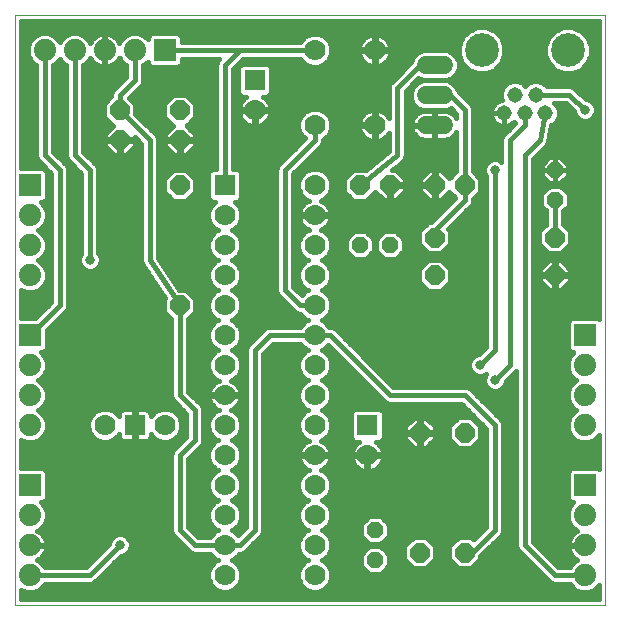
<source format=gbl>
G75*
G70*
%OFA0B0*%
%FSLAX24Y24*%
%IPPOS*%
%LPD*%
%AMOC8*
5,1,8,0,0,1.08239X$1,22.5*
%
%ADD10C,0.0000*%
%ADD11R,0.0740X0.0740*%
%ADD12C,0.0740*%
%ADD13C,0.0700*%
%ADD14R,0.0700X0.0700*%
%ADD15OC8,0.0520*%
%ADD16C,0.0600*%
%ADD17C,0.0515*%
%ADD18C,0.1122*%
%ADD19OC8,0.0645*%
%ADD20C,0.0160*%
%ADD21C,0.0317*%
D10*
X000685Y000685D02*
X000685Y020370D01*
X020370Y020370D01*
X020370Y000685D01*
X000685Y000685D01*
D11*
X001185Y004685D03*
X001185Y009685D03*
X001185Y014685D03*
X005685Y019185D03*
X019685Y009685D03*
X019685Y004685D03*
D12*
X019685Y003685D03*
X019685Y002685D03*
X019685Y001685D03*
X019685Y006685D03*
X019685Y007685D03*
X019685Y008685D03*
X004685Y019185D03*
X003685Y019185D03*
X002685Y019185D03*
X001685Y019185D03*
X001185Y013685D03*
X001185Y012685D03*
X001185Y011685D03*
X001185Y008685D03*
X001185Y007685D03*
X001185Y006685D03*
X001185Y003685D03*
X001185Y002685D03*
X001185Y001685D03*
D13*
X003685Y006685D03*
X005685Y006685D03*
X007685Y006685D03*
X007685Y007685D03*
X007685Y008685D03*
X007685Y009685D03*
X007685Y010685D03*
X007685Y011685D03*
X007685Y012685D03*
X007685Y013685D03*
X010685Y013685D03*
X010685Y012685D03*
X010685Y011685D03*
X010685Y010685D03*
X010685Y009685D03*
X010685Y008685D03*
X010685Y007685D03*
X010685Y006685D03*
X010685Y005685D03*
X010685Y004685D03*
X010685Y003685D03*
X010685Y002685D03*
X010685Y001685D03*
X007685Y001685D03*
X007685Y002685D03*
X007685Y003685D03*
X007685Y004685D03*
X007685Y005685D03*
X012435Y005685D03*
X010685Y014685D03*
X010685Y016685D03*
X012685Y016685D03*
X012685Y019185D03*
X010685Y019185D03*
X008685Y017185D03*
D14*
X008685Y018185D03*
X007685Y014685D03*
X004685Y006685D03*
X012435Y006685D03*
D15*
X012685Y003185D03*
X012685Y002185D03*
X012185Y012685D03*
X013185Y012685D03*
X018685Y014185D03*
X018685Y015185D03*
D16*
X014985Y016685D02*
X014385Y016685D01*
X014385Y017685D02*
X014985Y017685D01*
X014985Y018685D02*
X014385Y018685D01*
D17*
X016985Y017085D03*
X017685Y017085D03*
X018355Y017085D03*
X018045Y017705D03*
X017355Y017705D03*
D18*
X016248Y019185D03*
X019122Y019185D03*
D19*
X015685Y014685D03*
X014685Y014685D03*
X013185Y014685D03*
X012185Y014685D03*
X014685Y012935D03*
X014685Y011685D03*
X018685Y011685D03*
X018685Y012935D03*
X015685Y006435D03*
X014185Y006435D03*
X014185Y002435D03*
X015685Y002435D03*
X006185Y010685D03*
X006185Y014685D03*
X006185Y016185D03*
X006185Y017185D03*
X004185Y017185D03*
X004185Y016185D03*
D20*
X004158Y016158D02*
X004213Y016158D01*
X004213Y016213D01*
X004688Y016213D01*
X004688Y016287D01*
X004905Y016069D01*
X004905Y012213D01*
X004900Y012186D01*
X004905Y012158D01*
X004905Y012130D01*
X004916Y012104D01*
X004921Y012076D01*
X004937Y012053D01*
X004948Y012027D01*
X004968Y012007D01*
X005688Y010927D01*
X005663Y010902D01*
X005663Y010469D01*
X005905Y010226D01*
X005905Y007741D01*
X005905Y007630D01*
X005948Y007527D01*
X006405Y007069D01*
X006405Y006301D01*
X006027Y005923D01*
X005948Y005844D01*
X005905Y005741D01*
X005905Y003241D01*
X005905Y003130D01*
X005948Y003027D01*
X006448Y002527D01*
X006527Y002448D01*
X006630Y002405D01*
X007206Y002405D01*
X007219Y002374D01*
X007374Y002219D01*
X007455Y002185D01*
X007374Y002152D01*
X007219Y001997D01*
X007135Y001795D01*
X007135Y001576D01*
X007219Y001374D01*
X007374Y001219D01*
X007576Y001135D01*
X007795Y001135D01*
X007997Y001219D01*
X008152Y001374D01*
X008235Y001576D01*
X008235Y001795D01*
X010136Y001795D01*
X010135Y001795D02*
X010135Y001576D01*
X010219Y001374D01*
X010374Y001219D01*
X010576Y001135D01*
X010795Y001135D01*
X010997Y001219D01*
X011152Y001374D01*
X011235Y001576D01*
X011235Y001795D01*
X012425Y001795D01*
X012495Y001725D02*
X012876Y001725D01*
X013145Y001995D01*
X013145Y002376D01*
X012876Y002645D01*
X012495Y002645D01*
X012225Y002376D01*
X012225Y001995D01*
X012495Y001725D01*
X012266Y001954D02*
X011169Y001954D01*
X011152Y001997D02*
X010997Y002152D01*
X010915Y002185D01*
X010997Y002219D01*
X011152Y002374D01*
X011235Y002576D01*
X011235Y002795D01*
X011152Y002997D01*
X010997Y003152D01*
X010915Y003185D01*
X010997Y003219D01*
X011152Y003374D01*
X011235Y003576D01*
X011235Y003795D01*
X011152Y003997D01*
X010997Y004152D01*
X010915Y004185D01*
X010997Y004219D01*
X011152Y004374D01*
X011235Y004576D01*
X011235Y004795D01*
X011152Y004997D01*
X010997Y005152D01*
X010891Y005195D01*
X010963Y005232D01*
X011031Y005281D01*
X011090Y005340D01*
X011139Y005408D01*
X011176Y005482D01*
X011202Y005561D01*
X011215Y005644D01*
X011215Y005658D01*
X010713Y005658D01*
X010713Y005713D01*
X011215Y005713D01*
X011215Y005727D01*
X011202Y005809D01*
X011176Y005889D01*
X011139Y005963D01*
X011090Y006031D01*
X011031Y006090D01*
X010963Y006139D01*
X010891Y006175D01*
X010997Y006219D01*
X011152Y006374D01*
X011235Y006576D01*
X011235Y006795D01*
X011152Y006997D01*
X010997Y007152D01*
X010915Y007185D01*
X010997Y007219D01*
X011152Y007374D01*
X011235Y007576D01*
X011235Y007795D01*
X011152Y007997D01*
X010997Y008152D01*
X010915Y008185D01*
X010997Y008219D01*
X011152Y008374D01*
X011235Y008576D01*
X011235Y008795D01*
X011152Y008997D01*
X010997Y009152D01*
X010915Y009185D01*
X010997Y009219D01*
X011126Y009349D01*
X013027Y007448D01*
X013130Y007405D01*
X013241Y007405D01*
X015569Y007405D01*
X016405Y006569D01*
X016405Y003301D01*
X015982Y002878D01*
X015902Y002958D01*
X015469Y002958D01*
X015163Y002652D01*
X015163Y002219D01*
X015469Y001913D01*
X015902Y001913D01*
X016208Y002219D01*
X016208Y002312D01*
X016844Y002948D01*
X016923Y003027D01*
X016965Y003130D01*
X016965Y006630D01*
X016965Y006741D01*
X016923Y006844D01*
X015923Y007844D01*
X015844Y007923D01*
X015741Y007965D01*
X013301Y007965D01*
X011423Y009844D01*
X011344Y009923D01*
X011241Y009965D01*
X011165Y009965D01*
X011152Y009997D01*
X010997Y010152D01*
X010915Y010185D01*
X010997Y010219D01*
X011152Y010374D01*
X011235Y010576D01*
X011235Y010795D01*
X011152Y010997D01*
X010997Y011152D01*
X010915Y011185D01*
X010997Y011219D01*
X011152Y011374D01*
X011235Y011576D01*
X011235Y011795D01*
X011152Y011997D01*
X010997Y012152D01*
X010915Y012185D01*
X010997Y012219D01*
X011152Y012374D01*
X011235Y012576D01*
X011725Y012576D01*
X011725Y012495D02*
X011995Y012225D01*
X012376Y012225D01*
X012645Y012495D01*
X012645Y012876D01*
X012376Y013145D01*
X011995Y013145D01*
X011725Y012876D01*
X011725Y012495D01*
X011803Y012418D02*
X011170Y012418D01*
X011235Y012576D02*
X011235Y012795D01*
X011152Y012997D01*
X010997Y013152D01*
X010891Y013195D01*
X010963Y013232D01*
X011031Y013281D01*
X011090Y013340D01*
X011139Y013408D01*
X011176Y013482D01*
X011202Y013561D01*
X011215Y013644D01*
X011215Y013658D01*
X010713Y013658D01*
X010713Y013713D01*
X011215Y013713D01*
X011215Y013727D01*
X011202Y013809D01*
X011176Y013889D01*
X011139Y013963D01*
X011090Y014031D01*
X011031Y014090D01*
X010963Y014139D01*
X010891Y014175D01*
X010997Y014219D01*
X011152Y014374D01*
X011235Y014576D01*
X011235Y014795D01*
X011152Y014997D01*
X010997Y015152D01*
X010795Y015235D01*
X010576Y015235D01*
X010374Y015152D01*
X010219Y014997D01*
X010135Y014795D01*
X010135Y014576D01*
X010219Y014374D01*
X010374Y014219D01*
X010480Y014175D01*
X010408Y014139D01*
X010340Y014090D01*
X010281Y014031D01*
X010232Y013963D01*
X010194Y013889D01*
X010168Y013809D01*
X010155Y013727D01*
X010155Y013713D01*
X010658Y013713D01*
X010658Y013658D01*
X010155Y013658D01*
X010155Y013644D01*
X010168Y013561D01*
X010194Y013482D01*
X010232Y013408D01*
X010281Y013340D01*
X010340Y013281D01*
X010408Y013232D01*
X010480Y013195D01*
X010374Y013152D01*
X010219Y012997D01*
X010135Y012795D01*
X010135Y012576D01*
X009965Y012576D01*
X009965Y012418D02*
X010201Y012418D01*
X010219Y012374D02*
X010374Y012219D01*
X010455Y012185D01*
X010374Y012152D01*
X010219Y011997D01*
X010135Y011795D01*
X010135Y011576D01*
X010219Y011374D01*
X010374Y011219D01*
X010455Y011185D01*
X010374Y011152D01*
X010244Y011022D01*
X009965Y011301D01*
X009965Y015069D01*
X010844Y015948D01*
X010923Y016027D01*
X010965Y016130D01*
X010965Y016206D01*
X010997Y016219D01*
X011152Y016374D01*
X011235Y016576D01*
X011235Y016795D01*
X011152Y016997D01*
X010997Y017152D01*
X010795Y017235D01*
X010576Y017235D01*
X010374Y017152D01*
X010219Y016997D01*
X010135Y016795D01*
X010135Y016576D01*
X010219Y016374D01*
X010349Y016244D01*
X009448Y015344D01*
X009405Y015241D01*
X009405Y015130D01*
X009405Y011130D01*
X009448Y011027D01*
X009527Y010948D01*
X010027Y010448D01*
X010130Y010405D01*
X010206Y010405D01*
X010219Y010374D01*
X010374Y010219D01*
X010455Y010185D01*
X010374Y010152D01*
X010219Y009997D01*
X010206Y009965D01*
X009130Y009965D01*
X009027Y009923D01*
X008948Y009844D01*
X008448Y009344D01*
X008405Y009241D01*
X008405Y009130D01*
X008405Y003301D01*
X008126Y003022D01*
X007997Y003152D01*
X007915Y003185D01*
X007997Y003219D01*
X008152Y003374D01*
X008235Y003576D01*
X008235Y003795D01*
X008152Y003997D01*
X007997Y004152D01*
X007915Y004185D01*
X007997Y004219D01*
X008152Y004374D01*
X008235Y004576D01*
X008235Y004795D01*
X008152Y004997D01*
X007997Y005152D01*
X007915Y005185D01*
X007997Y005219D01*
X008152Y005374D01*
X008235Y005576D01*
X008235Y005795D01*
X008152Y005997D01*
X007997Y006152D01*
X007915Y006185D01*
X007997Y006219D01*
X008152Y006374D01*
X008235Y006576D01*
X008235Y006795D01*
X008152Y006997D01*
X007997Y007152D01*
X007891Y007195D01*
X007963Y007232D01*
X008031Y007281D01*
X008090Y007340D01*
X008139Y007408D01*
X008176Y007482D01*
X008202Y007561D01*
X008215Y007644D01*
X008215Y007658D01*
X007713Y007658D01*
X007713Y007713D01*
X008215Y007713D01*
X008215Y007727D01*
X008202Y007809D01*
X008176Y007889D01*
X008139Y007963D01*
X008090Y008031D01*
X008031Y008090D01*
X007963Y008139D01*
X007891Y008175D01*
X007997Y008219D01*
X008152Y008374D01*
X008235Y008576D01*
X008235Y008795D01*
X008152Y008997D01*
X007997Y009152D01*
X007915Y009185D01*
X007997Y009219D01*
X008152Y009374D01*
X008235Y009576D01*
X008235Y009795D01*
X008152Y009997D01*
X007997Y010152D01*
X007915Y010185D01*
X007997Y010219D01*
X008152Y010374D01*
X008235Y010576D01*
X008235Y010795D01*
X008152Y010997D01*
X007997Y011152D01*
X007915Y011185D01*
X007997Y011219D01*
X008152Y011374D01*
X008235Y011576D01*
X008235Y011795D01*
X008152Y011997D01*
X007997Y012152D01*
X007915Y012185D01*
X007997Y012219D01*
X008152Y012374D01*
X008235Y012576D01*
X009405Y012576D01*
X009405Y012418D02*
X008170Y012418D01*
X008235Y012576D02*
X008235Y012795D01*
X008152Y012997D01*
X007997Y013152D01*
X007915Y013185D01*
X007997Y013219D01*
X008152Y013374D01*
X008235Y013576D01*
X008235Y013795D01*
X008152Y013997D01*
X008013Y014135D01*
X008118Y014135D01*
X008235Y014252D01*
X008235Y015118D01*
X008118Y015235D01*
X007965Y015235D01*
X007965Y018569D01*
X008301Y018905D01*
X010206Y018905D01*
X010219Y018874D01*
X010374Y018719D01*
X010576Y018635D01*
X010795Y018635D01*
X010997Y018719D01*
X011152Y018874D01*
X011235Y019076D01*
X011235Y019295D01*
X011152Y019497D01*
X010997Y019652D01*
X010795Y019735D01*
X010576Y019735D01*
X010374Y019652D01*
X010219Y019497D01*
X010206Y019465D01*
X008241Y019465D01*
X006255Y019465D01*
X006255Y019638D01*
X006138Y019755D01*
X005232Y019755D01*
X005115Y019638D01*
X005115Y019561D01*
X005008Y019669D01*
X004799Y019755D01*
X004572Y019755D01*
X004362Y019669D01*
X004202Y019508D01*
X004173Y019439D01*
X004156Y019474D01*
X004105Y019544D01*
X004044Y019605D01*
X003974Y019656D01*
X003896Y019695D01*
X003814Y019722D01*
X003729Y019735D01*
X003705Y019735D01*
X003705Y019206D01*
X003665Y019206D01*
X003665Y019735D01*
X003642Y019735D01*
X003557Y019722D01*
X003474Y019695D01*
X003397Y019656D01*
X003327Y019605D01*
X003266Y019544D01*
X003215Y019474D01*
X003197Y019439D01*
X003169Y019508D01*
X003008Y019669D01*
X002799Y019755D01*
X002572Y019755D01*
X002362Y019669D01*
X002202Y019508D01*
X002185Y019468D01*
X002169Y019508D01*
X002008Y019669D01*
X001799Y019755D01*
X001572Y019755D01*
X001362Y019669D01*
X001202Y019508D01*
X001115Y019299D01*
X001115Y019072D01*
X001202Y018862D01*
X001362Y018702D01*
X001405Y018684D01*
X001405Y015630D01*
X001448Y015527D01*
X001527Y015448D01*
X001905Y015069D01*
X001905Y010801D01*
X001359Y010255D01*
X000885Y010255D01*
X000885Y011193D01*
X001072Y011115D01*
X001299Y011115D01*
X001508Y011202D01*
X001669Y011362D01*
X001755Y011572D01*
X001755Y011799D01*
X001669Y012008D01*
X001508Y012169D01*
X001468Y012185D01*
X001508Y012202D01*
X001669Y012362D01*
X001755Y012572D01*
X001755Y012799D01*
X001669Y013008D01*
X001508Y013169D01*
X001468Y013185D01*
X001508Y013202D01*
X001669Y013362D01*
X001755Y013572D01*
X001755Y013799D01*
X001669Y014008D01*
X001561Y014115D01*
X001638Y014115D01*
X001755Y014232D01*
X001755Y015138D01*
X001638Y015255D01*
X000885Y015255D01*
X000885Y020170D01*
X020170Y020170D01*
X020170Y010223D01*
X020138Y010255D01*
X019232Y010255D01*
X019115Y010138D01*
X019115Y009232D01*
X019232Y009115D01*
X019309Y009115D01*
X019202Y009008D01*
X019115Y008799D01*
X019115Y008572D01*
X019202Y008362D01*
X019362Y008202D01*
X019403Y008185D01*
X019362Y008169D01*
X019202Y008008D01*
X019115Y007799D01*
X019115Y007572D01*
X019202Y007362D01*
X019362Y007202D01*
X019403Y007185D01*
X019362Y007169D01*
X019202Y007008D01*
X019115Y006799D01*
X019115Y006572D01*
X019202Y006362D01*
X019362Y006202D01*
X019572Y006115D01*
X019799Y006115D01*
X020008Y006202D01*
X020169Y006362D01*
X020170Y006367D01*
X020170Y005223D01*
X020138Y005255D01*
X019232Y005255D01*
X019115Y005138D01*
X019115Y004232D01*
X019232Y004115D01*
X019309Y004115D01*
X019202Y004008D01*
X019115Y003799D01*
X019115Y003572D01*
X019202Y003362D01*
X019362Y003202D01*
X019432Y003173D01*
X019397Y003156D01*
X019327Y003105D01*
X019266Y003044D01*
X019215Y002974D01*
X019176Y002896D01*
X019149Y002814D01*
X019135Y002729D01*
X019135Y002705D01*
X019665Y002705D01*
X019665Y002665D01*
X019135Y002665D01*
X019135Y002642D01*
X019149Y002557D01*
X019176Y002474D01*
X019215Y002397D01*
X019266Y002327D01*
X019327Y002266D01*
X019397Y002215D01*
X019432Y002197D01*
X019362Y002169D01*
X019202Y002008D01*
X019184Y001965D01*
X018801Y001965D01*
X017965Y002801D01*
X017965Y015561D01*
X017965Y015569D01*
X018365Y015969D01*
X018389Y015985D01*
X018404Y016008D01*
X018423Y016027D01*
X018434Y016054D01*
X018450Y016079D01*
X018455Y016105D01*
X018465Y016130D01*
X018465Y016159D01*
X018563Y016676D01*
X018614Y016698D01*
X018743Y016826D01*
X018813Y016994D01*
X018813Y017176D01*
X018743Y017344D01*
X018662Y017425D01*
X019049Y017425D01*
X019327Y017148D01*
X019327Y017114D01*
X019381Y016982D01*
X019482Y016881D01*
X019614Y016827D01*
X019757Y016827D01*
X019888Y016881D01*
X019989Y016982D01*
X020044Y017114D01*
X020044Y017257D01*
X019989Y017388D01*
X019888Y017489D01*
X019757Y017544D01*
X019723Y017544D01*
X019403Y017864D01*
X019324Y017943D01*
X019221Y017985D01*
X018412Y017985D01*
X018304Y018093D01*
X018136Y018163D01*
X017954Y018163D01*
X017786Y018093D01*
X017700Y018007D01*
X017614Y018093D01*
X017446Y018163D01*
X017264Y018163D01*
X017096Y018093D01*
X016968Y017964D01*
X016898Y017796D01*
X016898Y017614D01*
X016937Y017521D01*
X016883Y017512D01*
X016817Y017491D01*
X016756Y017459D01*
X016700Y017419D01*
X016652Y017370D01*
X016611Y017315D01*
X016580Y017253D01*
X016559Y017188D01*
X016548Y017120D01*
X016548Y017086D01*
X016985Y017086D01*
X016985Y017085D01*
X016986Y017085D01*
X016986Y016648D01*
X017020Y016648D01*
X017088Y016659D01*
X017153Y016680D01*
X017215Y016711D01*
X017270Y016752D01*
X017319Y016800D01*
X017321Y016803D01*
X017364Y016760D01*
X016948Y016344D01*
X016905Y016241D01*
X016905Y016130D01*
X016905Y015472D01*
X016888Y015489D01*
X016757Y015544D01*
X016614Y015544D01*
X016482Y015489D01*
X016381Y015388D01*
X016327Y015257D01*
X016327Y015114D01*
X016381Y014982D01*
X016405Y014958D01*
X016405Y009301D01*
X016148Y009044D01*
X016114Y009044D01*
X015982Y008989D01*
X015881Y008888D01*
X015827Y008757D01*
X015827Y008614D01*
X015881Y008482D01*
X015982Y008381D01*
X016114Y008327D01*
X016257Y008327D01*
X016377Y008377D01*
X016327Y008257D01*
X016327Y008114D01*
X016381Y007982D01*
X016482Y007881D01*
X016614Y007827D01*
X016757Y007827D01*
X016888Y007881D01*
X016989Y007982D01*
X017044Y008114D01*
X017044Y008148D01*
X017405Y008509D01*
X017405Y002741D01*
X017405Y002630D01*
X017448Y002527D01*
X018448Y001527D01*
X018527Y001448D01*
X018630Y001405D01*
X019184Y001405D01*
X019202Y001362D01*
X019362Y001202D01*
X019572Y001115D01*
X019799Y001115D01*
X020008Y001202D01*
X020169Y001362D01*
X020170Y001367D01*
X020170Y000885D01*
X000885Y000885D01*
X000885Y001193D01*
X001072Y001115D01*
X001299Y001115D01*
X001508Y001202D01*
X001669Y001362D01*
X001686Y001405D01*
X003241Y001405D01*
X003344Y001448D01*
X003423Y001527D01*
X004223Y002327D01*
X004257Y002327D01*
X004388Y002381D01*
X004489Y002482D01*
X004544Y002614D01*
X004544Y002757D01*
X004489Y002888D01*
X004388Y002989D01*
X004257Y003044D01*
X004114Y003044D01*
X003982Y002989D01*
X003881Y002888D01*
X003827Y002757D01*
X003827Y002723D01*
X003069Y001965D01*
X001686Y001965D01*
X001669Y002008D01*
X001508Y002169D01*
X001439Y002197D01*
X001474Y002215D01*
X001544Y002266D01*
X001605Y002327D01*
X001656Y002397D01*
X001695Y002474D01*
X001722Y002557D01*
X001735Y002642D01*
X001735Y002665D01*
X001206Y002665D01*
X001206Y002705D01*
X001735Y002705D01*
X001735Y002729D01*
X001722Y002814D01*
X001695Y002896D01*
X001656Y002974D01*
X001605Y003044D01*
X001544Y003105D01*
X001474Y003156D01*
X001439Y003173D01*
X001508Y003202D01*
X001669Y003362D01*
X001755Y003572D01*
X001755Y003799D01*
X001669Y004008D01*
X001561Y004115D01*
X001638Y004115D01*
X001755Y004232D01*
X001755Y005138D01*
X001638Y005255D01*
X000885Y005255D01*
X000885Y006193D01*
X001072Y006115D01*
X001299Y006115D01*
X001508Y006202D01*
X001669Y006362D01*
X001755Y006572D01*
X001755Y006799D01*
X001669Y007008D01*
X001508Y007169D01*
X001468Y007185D01*
X001508Y007202D01*
X001669Y007362D01*
X001755Y007572D01*
X001755Y007799D01*
X001669Y008008D01*
X001508Y008169D01*
X001468Y008185D01*
X001508Y008202D01*
X001669Y008362D01*
X001755Y008572D01*
X001755Y008799D01*
X001669Y009008D01*
X001561Y009115D01*
X001638Y009115D01*
X001755Y009232D01*
X001755Y009859D01*
X002423Y010527D01*
X002465Y010630D01*
X002465Y010741D01*
X002465Y015241D01*
X002423Y015344D01*
X002344Y015423D01*
X001965Y015801D01*
X001965Y018684D01*
X002008Y018702D01*
X002169Y018862D01*
X002185Y018903D01*
X002202Y018862D01*
X002362Y018702D01*
X002405Y018684D01*
X002405Y015741D01*
X002405Y015630D01*
X002448Y015527D01*
X002905Y015069D01*
X002905Y012412D01*
X002881Y012388D01*
X002827Y012257D01*
X002827Y012114D01*
X002881Y011982D01*
X002982Y011881D01*
X003114Y011827D01*
X003257Y011827D01*
X003388Y011881D01*
X003489Y011982D01*
X003544Y012114D01*
X003544Y012257D01*
X003489Y012388D01*
X003465Y012412D01*
X003465Y015241D01*
X003423Y015344D01*
X003344Y015423D01*
X002965Y015801D01*
X002965Y018684D01*
X003008Y018702D01*
X003169Y018862D01*
X003197Y018932D01*
X003215Y018897D01*
X003266Y018827D01*
X003327Y018766D01*
X003397Y018715D01*
X003474Y018676D01*
X003557Y018649D01*
X003642Y018635D01*
X003665Y018635D01*
X003665Y019165D01*
X003705Y019165D01*
X003705Y018635D01*
X003729Y018635D01*
X003814Y018649D01*
X003896Y018676D01*
X003974Y018715D01*
X004044Y018766D01*
X004105Y018827D01*
X004156Y018897D01*
X004173Y018932D01*
X004202Y018862D01*
X004362Y018702D01*
X004405Y018684D01*
X004405Y018301D01*
X003948Y017844D01*
X003905Y017741D01*
X003905Y017644D01*
X003663Y017402D01*
X003663Y016969D01*
X003961Y016671D01*
X003683Y016393D01*
X003683Y016213D01*
X004158Y016213D01*
X004158Y016158D01*
X004158Y015683D01*
X003977Y015683D01*
X003683Y015977D01*
X003683Y016158D01*
X004158Y016158D01*
X004213Y016158D02*
X004213Y015683D01*
X004393Y015683D01*
X004688Y015977D01*
X004688Y016158D01*
X004213Y016158D01*
X004213Y016064D02*
X004158Y016064D01*
X004158Y015906D02*
X004213Y015906D01*
X004213Y015747D02*
X004158Y015747D01*
X003913Y015747D02*
X003020Y015747D01*
X002965Y015906D02*
X003755Y015906D01*
X003683Y016064D02*
X002965Y016064D01*
X002965Y016223D02*
X003683Y016223D01*
X003683Y016381D02*
X002965Y016381D01*
X002965Y016540D02*
X003829Y016540D01*
X003934Y016698D02*
X002965Y016698D01*
X002965Y016857D02*
X003775Y016857D01*
X003663Y017015D02*
X002965Y017015D01*
X002965Y017174D02*
X003663Y017174D01*
X003663Y017332D02*
X002965Y017332D01*
X002965Y017491D02*
X003752Y017491D01*
X003905Y017649D02*
X002965Y017649D01*
X002965Y017808D02*
X003933Y017808D01*
X004071Y017967D02*
X002965Y017967D01*
X002965Y018125D02*
X004229Y018125D01*
X004388Y018284D02*
X002965Y018284D01*
X002965Y018442D02*
X004405Y018442D01*
X004405Y018601D02*
X002965Y018601D01*
X003065Y018759D02*
X003336Y018759D01*
X003204Y018918D02*
X003191Y018918D01*
X003665Y018918D02*
X003705Y018918D01*
X003705Y019076D02*
X003665Y019076D01*
X003665Y019235D02*
X003705Y019235D01*
X003705Y019393D02*
X003665Y019393D01*
X003665Y019552D02*
X003705Y019552D01*
X003705Y019711D02*
X003665Y019711D01*
X003522Y019711D02*
X002907Y019711D01*
X003125Y019552D02*
X003274Y019552D01*
X003849Y019711D02*
X004464Y019711D01*
X004246Y019552D02*
X004096Y019552D01*
X004166Y018918D02*
X004179Y018918D01*
X004305Y018759D02*
X004035Y018759D01*
X003705Y018759D02*
X003665Y018759D01*
X002685Y019185D02*
X002685Y015685D01*
X003185Y015185D01*
X003185Y012185D01*
X002922Y011942D02*
X002465Y011942D01*
X002465Y012100D02*
X002833Y012100D01*
X002828Y012259D02*
X002465Y012259D01*
X002465Y012418D02*
X002905Y012418D01*
X002905Y012576D02*
X002465Y012576D01*
X002465Y012735D02*
X002905Y012735D01*
X002905Y012893D02*
X002465Y012893D01*
X002465Y013052D02*
X002905Y013052D01*
X002905Y013210D02*
X002465Y013210D01*
X002465Y013369D02*
X002905Y013369D01*
X002905Y013527D02*
X002465Y013527D01*
X002465Y013686D02*
X002905Y013686D01*
X002905Y013844D02*
X002465Y013844D01*
X002465Y014003D02*
X002905Y014003D01*
X002905Y014162D02*
X002465Y014162D01*
X002465Y014320D02*
X002905Y014320D01*
X002905Y014479D02*
X002465Y014479D01*
X002465Y014637D02*
X002905Y014637D01*
X002905Y014796D02*
X002465Y014796D01*
X002465Y014954D02*
X002905Y014954D01*
X002862Y015113D02*
X002465Y015113D01*
X002453Y015271D02*
X002703Y015271D01*
X002545Y015430D02*
X002337Y015430D01*
X002422Y015588D02*
X002178Y015588D01*
X002020Y015747D02*
X002405Y015747D01*
X002405Y015906D02*
X001965Y015906D01*
X001965Y016064D02*
X002405Y016064D01*
X002405Y016223D02*
X001965Y016223D01*
X001965Y016381D02*
X002405Y016381D01*
X002405Y016540D02*
X001965Y016540D01*
X001965Y016698D02*
X002405Y016698D01*
X002405Y016857D02*
X001965Y016857D01*
X001965Y017015D02*
X002405Y017015D01*
X002405Y017174D02*
X001965Y017174D01*
X001965Y017332D02*
X002405Y017332D01*
X002405Y017491D02*
X001965Y017491D01*
X001965Y017649D02*
X002405Y017649D01*
X002405Y017808D02*
X001965Y017808D01*
X001965Y017967D02*
X002405Y017967D01*
X002405Y018125D02*
X001965Y018125D01*
X001965Y018284D02*
X002405Y018284D01*
X002405Y018442D02*
X001965Y018442D01*
X001965Y018601D02*
X002405Y018601D01*
X002305Y018759D02*
X002065Y018759D01*
X001685Y019185D02*
X001685Y015685D01*
X002185Y015185D01*
X002185Y010685D01*
X001185Y009685D01*
X001755Y009722D02*
X005905Y009722D01*
X005905Y009564D02*
X001755Y009564D01*
X001755Y009405D02*
X005905Y009405D01*
X005905Y009247D02*
X001755Y009247D01*
X001589Y009088D02*
X005905Y009088D01*
X005905Y008930D02*
X001701Y008930D01*
X001755Y008771D02*
X005905Y008771D01*
X005905Y008613D02*
X001755Y008613D01*
X001706Y008454D02*
X005905Y008454D01*
X005905Y008295D02*
X001602Y008295D01*
X001540Y008137D02*
X005905Y008137D01*
X005905Y007978D02*
X001681Y007978D01*
X001747Y007820D02*
X005905Y007820D01*
X005905Y007661D02*
X001755Y007661D01*
X001727Y007503D02*
X005972Y007503D01*
X006131Y007344D02*
X001650Y007344D01*
X001468Y007186D02*
X003456Y007186D01*
X003374Y007152D02*
X003219Y006997D01*
X003135Y006795D01*
X003135Y006576D01*
X003219Y006374D01*
X003374Y006219D01*
X003576Y006135D01*
X003795Y006135D01*
X003997Y006219D01*
X004152Y006374D01*
X004155Y006383D01*
X004155Y006312D01*
X004168Y006266D01*
X004191Y006225D01*
X004225Y006191D01*
X004266Y006168D01*
X004312Y006155D01*
X004658Y006155D01*
X004658Y006658D01*
X004713Y006658D01*
X004713Y006155D01*
X005059Y006155D01*
X005105Y006168D01*
X005146Y006191D01*
X005179Y006225D01*
X005203Y006266D01*
X005215Y006312D01*
X005215Y006383D01*
X005219Y006374D01*
X005374Y006219D01*
X005576Y006135D01*
X005795Y006135D01*
X005997Y006219D01*
X006152Y006374D01*
X006235Y006576D01*
X006235Y006795D01*
X006152Y006997D01*
X005997Y007152D01*
X005795Y007235D01*
X005576Y007235D01*
X005374Y007152D01*
X005219Y006997D01*
X005215Y006988D01*
X005215Y007059D01*
X005203Y007105D01*
X005179Y007146D01*
X005146Y007179D01*
X005105Y007203D01*
X005059Y007215D01*
X004713Y007215D01*
X004713Y006713D01*
X004658Y006713D01*
X004658Y007215D01*
X004312Y007215D01*
X004266Y007203D01*
X004225Y007179D01*
X004191Y007146D01*
X004168Y007105D01*
X004155Y007059D01*
X004155Y006988D01*
X004152Y006997D01*
X003997Y007152D01*
X003795Y007235D01*
X003576Y007235D01*
X003374Y007152D01*
X003249Y007027D02*
X001650Y007027D01*
X001726Y006869D02*
X003166Y006869D01*
X003135Y006710D02*
X001755Y006710D01*
X001747Y006551D02*
X003145Y006551D01*
X003211Y006393D02*
X001681Y006393D01*
X001540Y006234D02*
X003359Y006234D01*
X004012Y006234D02*
X004186Y006234D01*
X004658Y006234D02*
X004713Y006234D01*
X004713Y006393D02*
X004658Y006393D01*
X004658Y006551D02*
X004713Y006551D01*
X004713Y006869D02*
X004658Y006869D01*
X004658Y007027D02*
X004713Y007027D01*
X004713Y007186D02*
X004658Y007186D01*
X004236Y007186D02*
X003915Y007186D01*
X004121Y007027D02*
X004155Y007027D01*
X005135Y007186D02*
X005456Y007186D01*
X005249Y007027D02*
X005215Y007027D01*
X005915Y007186D02*
X006289Y007186D01*
X006405Y007027D02*
X006121Y007027D01*
X006205Y006869D02*
X006405Y006869D01*
X006405Y006710D02*
X006235Y006710D01*
X006225Y006551D02*
X006405Y006551D01*
X006405Y006393D02*
X006159Y006393D01*
X006012Y006234D02*
X006338Y006234D01*
X006180Y006076D02*
X000885Y006076D01*
X000885Y005917D02*
X006021Y005917D01*
X005913Y005759D02*
X000885Y005759D01*
X000885Y005600D02*
X005905Y005600D01*
X005905Y005442D02*
X000885Y005442D01*
X000885Y005283D02*
X005905Y005283D01*
X005905Y005125D02*
X001755Y005125D01*
X001755Y004966D02*
X005905Y004966D01*
X005905Y004807D02*
X001755Y004807D01*
X001755Y004649D02*
X005905Y004649D01*
X005905Y004490D02*
X001755Y004490D01*
X001755Y004332D02*
X005905Y004332D01*
X005905Y004173D02*
X001696Y004173D01*
X001662Y004015D02*
X005905Y004015D01*
X005905Y003856D02*
X001732Y003856D01*
X001755Y003698D02*
X005905Y003698D01*
X005905Y003539D02*
X001742Y003539D01*
X001676Y003381D02*
X005905Y003381D01*
X005905Y003222D02*
X001528Y003222D01*
X001585Y003064D02*
X005933Y003064D01*
X006070Y002905D02*
X004473Y002905D01*
X004544Y002746D02*
X006228Y002746D01*
X006387Y002588D02*
X004533Y002588D01*
X004436Y002429D02*
X006572Y002429D01*
X006685Y002685D02*
X007685Y002685D01*
X008185Y002685D01*
X008685Y003185D01*
X008685Y009185D01*
X009185Y009685D01*
X010685Y009685D01*
X011185Y009685D01*
X013185Y007685D01*
X015685Y007685D01*
X016685Y006685D01*
X016685Y003185D01*
X015935Y002435D01*
X015685Y002435D01*
X015269Y002112D02*
X014601Y002112D01*
X014708Y002219D02*
X014402Y001913D01*
X013969Y001913D01*
X013663Y002219D01*
X013663Y002652D01*
X013969Y002958D01*
X014402Y002958D01*
X014708Y002652D01*
X014708Y002219D01*
X014708Y002271D02*
X015163Y002271D01*
X015163Y002429D02*
X014708Y002429D01*
X014708Y002588D02*
X015163Y002588D01*
X015257Y002746D02*
X014613Y002746D01*
X014455Y002905D02*
X015416Y002905D01*
X015955Y002905D02*
X016009Y002905D01*
X016168Y003064D02*
X013145Y003064D01*
X013145Y002995D02*
X012876Y002725D01*
X012495Y002725D01*
X012225Y002995D01*
X012225Y003376D01*
X012495Y003645D01*
X012876Y003645D01*
X013145Y003376D01*
X013145Y002995D01*
X013055Y002905D02*
X013916Y002905D01*
X013757Y002746D02*
X012897Y002746D01*
X012933Y002588D02*
X013663Y002588D01*
X013663Y002429D02*
X013092Y002429D01*
X013145Y002271D02*
X013663Y002271D01*
X013769Y002112D02*
X013145Y002112D01*
X013104Y001954D02*
X013928Y001954D01*
X014443Y001954D02*
X015428Y001954D01*
X015943Y001954D02*
X018021Y001954D01*
X017862Y002112D02*
X016101Y002112D01*
X016208Y002271D02*
X017704Y002271D01*
X017545Y002429D02*
X016325Y002429D01*
X016484Y002588D02*
X017423Y002588D01*
X017405Y002746D02*
X016642Y002746D01*
X016801Y002905D02*
X017405Y002905D01*
X017405Y003064D02*
X016938Y003064D01*
X016965Y003222D02*
X017405Y003222D01*
X017405Y003381D02*
X016965Y003381D01*
X016965Y003539D02*
X017405Y003539D01*
X017405Y003698D02*
X016965Y003698D01*
X016965Y003856D02*
X017405Y003856D01*
X017405Y004015D02*
X016965Y004015D01*
X016965Y004173D02*
X017405Y004173D01*
X017405Y004332D02*
X016965Y004332D01*
X016965Y004490D02*
X017405Y004490D01*
X017405Y004649D02*
X016965Y004649D01*
X016965Y004807D02*
X017405Y004807D01*
X017405Y004966D02*
X016965Y004966D01*
X016965Y005125D02*
X017405Y005125D01*
X017405Y005283D02*
X016965Y005283D01*
X016965Y005442D02*
X017405Y005442D01*
X017405Y005600D02*
X016965Y005600D01*
X016965Y005759D02*
X017405Y005759D01*
X017405Y005917D02*
X016965Y005917D01*
X016965Y006076D02*
X017405Y006076D01*
X017405Y006234D02*
X016965Y006234D01*
X016965Y006393D02*
X017405Y006393D01*
X017405Y006551D02*
X016965Y006551D01*
X016965Y006710D02*
X017405Y006710D01*
X017405Y006869D02*
X016898Y006869D01*
X016740Y007027D02*
X017405Y007027D01*
X017405Y007186D02*
X016581Y007186D01*
X016422Y007344D02*
X017405Y007344D01*
X017405Y007503D02*
X016264Y007503D01*
X016105Y007661D02*
X017405Y007661D01*
X017405Y007820D02*
X015947Y007820D01*
X016385Y007978D02*
X013288Y007978D01*
X013130Y008137D02*
X016327Y008137D01*
X016343Y008295D02*
X012971Y008295D01*
X012813Y008454D02*
X015910Y008454D01*
X015828Y008613D02*
X012654Y008613D01*
X012496Y008771D02*
X015833Y008771D01*
X015923Y008930D02*
X012337Y008930D01*
X012178Y009088D02*
X016192Y009088D01*
X016351Y009247D02*
X012020Y009247D01*
X011861Y009405D02*
X016405Y009405D01*
X016405Y009564D02*
X011703Y009564D01*
X011544Y009722D02*
X016405Y009722D01*
X016405Y009881D02*
X011386Y009881D01*
X011109Y010039D02*
X016405Y010039D01*
X016405Y010198D02*
X010946Y010198D01*
X011134Y010356D02*
X016405Y010356D01*
X016405Y010515D02*
X011210Y010515D01*
X011235Y010674D02*
X016405Y010674D01*
X016405Y010832D02*
X011220Y010832D01*
X011154Y010991D02*
X016405Y010991D01*
X016405Y011149D02*
X010999Y011149D01*
X011086Y011308D02*
X014324Y011308D01*
X014469Y011163D02*
X014902Y011163D01*
X015208Y011469D01*
X015208Y011902D01*
X014902Y012208D01*
X014469Y012208D01*
X014163Y011902D01*
X014163Y011469D01*
X014469Y011163D01*
X014165Y011466D02*
X011190Y011466D01*
X011235Y011625D02*
X014163Y011625D01*
X014163Y011783D02*
X011235Y011783D01*
X011174Y011942D02*
X014203Y011942D01*
X014362Y012100D02*
X011048Y012100D01*
X011037Y012259D02*
X011961Y012259D01*
X012410Y012259D02*
X012961Y012259D01*
X012995Y012225D02*
X013376Y012225D01*
X013645Y012495D01*
X013645Y012876D01*
X013376Y013145D01*
X012995Y013145D01*
X012725Y012876D01*
X012725Y012495D01*
X012995Y012225D01*
X012803Y012418D02*
X012568Y012418D01*
X012645Y012576D02*
X012725Y012576D01*
X012725Y012735D02*
X012645Y012735D01*
X012628Y012893D02*
X012743Y012893D01*
X012901Y013052D02*
X012469Y013052D01*
X011901Y013052D02*
X011097Y013052D01*
X011195Y012893D02*
X011743Y012893D01*
X011725Y012735D02*
X011235Y012735D01*
X010920Y013210D02*
X014221Y013210D01*
X014163Y013152D02*
X014469Y013458D01*
X014562Y013458D01*
X015368Y014264D01*
X015171Y014461D01*
X014893Y014183D01*
X014713Y014183D01*
X014713Y014658D01*
X014658Y014658D01*
X014658Y014183D01*
X014477Y014183D01*
X014183Y014477D01*
X014183Y014658D01*
X014658Y014658D01*
X014658Y014713D01*
X014658Y015188D01*
X014477Y015188D01*
X014183Y014893D01*
X014183Y014713D01*
X014658Y014713D01*
X014713Y014713D01*
X014713Y015188D01*
X014893Y015188D01*
X015171Y014910D01*
X015405Y015144D01*
X015405Y016452D01*
X015396Y016434D01*
X015351Y016373D01*
X015298Y016319D01*
X015237Y016275D01*
X015170Y016241D01*
X015098Y016217D01*
X015023Y016205D01*
X014705Y016205D01*
X014705Y016665D01*
X014665Y016665D01*
X014665Y016205D01*
X014348Y016205D01*
X014273Y016217D01*
X014201Y016241D01*
X014134Y016275D01*
X014073Y016319D01*
X014019Y016373D01*
X013975Y016434D01*
X013941Y016501D01*
X013917Y016573D01*
X013905Y016648D01*
X013905Y016665D01*
X014665Y016665D01*
X014665Y016705D01*
X013905Y016705D01*
X013905Y016723D01*
X013917Y016798D01*
X013941Y016870D01*
X013975Y016937D01*
X014019Y016998D01*
X014073Y017051D01*
X014134Y017096D01*
X014201Y017130D01*
X014273Y017154D01*
X014348Y017165D01*
X014665Y017165D01*
X014665Y016706D01*
X014705Y016706D01*
X014705Y017165D01*
X015023Y017165D01*
X015098Y017154D01*
X015170Y017130D01*
X015237Y017096D01*
X015298Y017051D01*
X015351Y016998D01*
X015396Y016937D01*
X015405Y016918D01*
X015405Y017069D01*
X015229Y017245D01*
X015085Y017185D01*
X014286Y017185D01*
X014102Y017261D01*
X013961Y017402D01*
X013885Y017586D01*
X013885Y017785D01*
X013961Y017969D01*
X014102Y018109D01*
X014286Y018185D01*
X015085Y018185D01*
X015269Y018109D01*
X015409Y017969D01*
X015485Y017785D01*
X015485Y017781D01*
X015844Y017423D01*
X015844Y017423D01*
X015923Y017344D01*
X015965Y017241D01*
X015965Y015144D01*
X016208Y014902D01*
X016208Y014469D01*
X015965Y014226D01*
X015965Y014130D01*
X015923Y014027D01*
X015844Y013948D01*
X015128Y013232D01*
X015208Y013152D01*
X015208Y012719D01*
X014902Y012413D01*
X014469Y012413D01*
X014163Y012719D01*
X014163Y013152D01*
X014163Y013052D02*
X013469Y013052D01*
X013628Y012893D02*
X014163Y012893D01*
X014163Y012735D02*
X013645Y012735D01*
X013645Y012576D02*
X014306Y012576D01*
X014464Y012418D02*
X013568Y012418D01*
X013410Y012259D02*
X016405Y012259D01*
X016405Y012100D02*
X015009Y012100D01*
X015168Y011942D02*
X016405Y011942D01*
X016405Y011783D02*
X015208Y011783D01*
X015208Y011625D02*
X016405Y011625D01*
X016405Y011466D02*
X015205Y011466D01*
X015047Y011308D02*
X016405Y011308D01*
X016405Y012418D02*
X014906Y012418D01*
X015065Y012576D02*
X016405Y012576D01*
X016405Y012735D02*
X015208Y012735D01*
X015208Y012893D02*
X016405Y012893D01*
X016405Y013052D02*
X015208Y013052D01*
X015149Y013210D02*
X016405Y013210D01*
X016405Y013369D02*
X015265Y013369D01*
X015423Y013527D02*
X016405Y013527D01*
X016405Y013686D02*
X015582Y013686D01*
X015740Y013844D02*
X016405Y013844D01*
X016405Y014003D02*
X015899Y014003D01*
X015965Y014162D02*
X016405Y014162D01*
X016405Y014320D02*
X016059Y014320D01*
X016208Y014479D02*
X016405Y014479D01*
X016405Y014637D02*
X016208Y014637D01*
X016208Y014796D02*
X016405Y014796D01*
X016405Y014954D02*
X016155Y014954D01*
X015997Y015113D02*
X016327Y015113D01*
X016333Y015271D02*
X015965Y015271D01*
X015965Y015430D02*
X016423Y015430D01*
X016685Y015185D02*
X016685Y009185D01*
X016185Y008685D01*
X016685Y008185D02*
X017185Y008685D01*
X017185Y016185D01*
X017685Y016685D01*
X017685Y017085D01*
X017302Y016698D02*
X017189Y016698D01*
X017144Y016540D02*
X015965Y016540D01*
X015965Y016698D02*
X016781Y016698D01*
X016756Y016711D02*
X016817Y016680D01*
X016883Y016659D01*
X016951Y016648D01*
X016985Y016648D01*
X016985Y017085D01*
X016548Y017085D01*
X016548Y017051D01*
X016559Y016983D01*
X016580Y016917D01*
X016611Y016856D01*
X016652Y016800D01*
X016700Y016752D01*
X016756Y016711D01*
X016611Y016857D02*
X015965Y016857D01*
X015965Y017015D02*
X016554Y017015D01*
X016556Y017174D02*
X015965Y017174D01*
X015927Y017332D02*
X016624Y017332D01*
X016818Y017491D02*
X015776Y017491D01*
X015617Y017649D02*
X016898Y017649D01*
X016903Y017808D02*
X015476Y017808D01*
X015410Y017967D02*
X016970Y017967D01*
X017173Y018125D02*
X015230Y018125D01*
X015269Y018261D02*
X015085Y018185D01*
X014286Y018185D01*
X014141Y018245D01*
X013715Y017819D01*
X013715Y015725D01*
X013720Y015710D01*
X013715Y015670D01*
X013715Y015630D01*
X013709Y015615D01*
X013707Y015599D01*
X013688Y015564D01*
X013673Y015527D01*
X013661Y015516D01*
X013654Y015501D01*
X013622Y015476D01*
X013594Y015448D01*
X013579Y015442D01*
X013262Y015188D01*
X013393Y015188D01*
X013688Y014893D01*
X013688Y014713D01*
X013213Y014713D01*
X013213Y014658D01*
X013688Y014658D01*
X013688Y014477D01*
X013393Y014183D01*
X013213Y014183D01*
X013213Y014658D01*
X013158Y014658D01*
X013158Y014183D01*
X012977Y014183D01*
X012699Y014461D01*
X012402Y014163D01*
X011969Y014163D01*
X011663Y014469D01*
X011663Y014902D01*
X011969Y015208D01*
X012390Y015208D01*
X013155Y015820D01*
X013155Y016440D01*
X013139Y016408D01*
X013090Y016340D01*
X013031Y016281D01*
X012963Y016232D01*
X012889Y016194D01*
X012809Y016168D01*
X012727Y016155D01*
X012713Y016155D01*
X012713Y016658D01*
X012658Y016658D01*
X012658Y016155D01*
X012644Y016155D01*
X012561Y016168D01*
X012482Y016194D01*
X012408Y016232D01*
X012340Y016281D01*
X012281Y016340D01*
X012232Y016408D01*
X012194Y016482D01*
X012168Y016561D01*
X012155Y016644D01*
X012155Y016658D01*
X012658Y016658D01*
X012658Y016713D01*
X012658Y017215D01*
X012644Y017215D01*
X012561Y017202D01*
X012482Y017176D01*
X012408Y017139D01*
X012340Y017090D01*
X012281Y017031D01*
X012232Y016963D01*
X012194Y016889D01*
X012168Y016809D01*
X012155Y016727D01*
X012155Y016713D01*
X012658Y016713D01*
X012713Y016713D01*
X012713Y017215D01*
X012727Y017215D01*
X012809Y017202D01*
X012889Y017176D01*
X012963Y017139D01*
X013031Y017090D01*
X013090Y017031D01*
X013139Y016963D01*
X013155Y016930D01*
X013155Y017991D01*
X013198Y018094D01*
X013277Y018173D01*
X013885Y018781D01*
X013885Y018785D01*
X013961Y018969D01*
X014102Y019109D01*
X014286Y019185D01*
X015085Y019185D01*
X015269Y019109D01*
X015409Y018969D01*
X015485Y018785D01*
X015485Y018586D01*
X015409Y018402D01*
X015269Y018261D01*
X015291Y018284D02*
X020170Y018284D01*
X020170Y018442D02*
X019317Y018442D01*
X019274Y018424D02*
X019553Y018540D01*
X019767Y018754D01*
X019883Y019034D01*
X019883Y019337D01*
X019767Y019616D01*
X019553Y019830D01*
X019274Y019946D01*
X018971Y019946D01*
X018691Y019830D01*
X018477Y019616D01*
X018361Y019337D01*
X018361Y019034D01*
X018477Y018754D01*
X018691Y018540D01*
X018971Y018424D01*
X019274Y018424D01*
X019614Y018601D02*
X020170Y018601D01*
X020170Y018759D02*
X019770Y018759D01*
X019835Y018918D02*
X020170Y018918D01*
X020170Y019076D02*
X019883Y019076D01*
X019883Y019235D02*
X020170Y019235D01*
X020170Y019393D02*
X019860Y019393D01*
X019794Y019552D02*
X020170Y019552D01*
X020170Y019711D02*
X019673Y019711D01*
X019460Y019869D02*
X020170Y019869D01*
X020170Y020028D02*
X000885Y020028D01*
X000885Y019869D02*
X015910Y019869D01*
X015817Y019830D02*
X015603Y019616D01*
X015487Y019337D01*
X015487Y019034D01*
X015603Y018754D01*
X015817Y018540D01*
X016097Y018424D01*
X016400Y018424D01*
X016679Y018540D01*
X016893Y018754D01*
X017009Y019034D01*
X017009Y019337D01*
X016893Y019616D01*
X016679Y019830D01*
X016400Y019946D01*
X016097Y019946D01*
X015817Y019830D01*
X015697Y019711D02*
X012757Y019711D01*
X012727Y019715D02*
X012809Y019702D01*
X012889Y019676D01*
X012963Y019639D01*
X013031Y019590D01*
X013090Y019531D01*
X013139Y019463D01*
X013176Y019389D01*
X013202Y019309D01*
X013215Y019227D01*
X013215Y019213D01*
X012713Y019213D01*
X012713Y019158D01*
X013215Y019158D01*
X013215Y019144D01*
X013202Y019061D01*
X013176Y018982D01*
X013139Y018908D01*
X013090Y018840D01*
X013031Y018781D01*
X012963Y018732D01*
X012889Y018694D01*
X012809Y018668D01*
X012727Y018655D01*
X012713Y018655D01*
X012713Y019158D01*
X012658Y019158D01*
X012658Y018655D01*
X012644Y018655D01*
X012561Y018668D01*
X012482Y018694D01*
X012408Y018732D01*
X012340Y018781D01*
X012281Y018840D01*
X012232Y018908D01*
X012194Y018982D01*
X012168Y019061D01*
X012155Y019144D01*
X012155Y019158D01*
X012658Y019158D01*
X012658Y019213D01*
X012658Y019715D01*
X012644Y019715D01*
X012561Y019702D01*
X012482Y019676D01*
X012408Y019639D01*
X012340Y019590D01*
X012281Y019531D01*
X012232Y019463D01*
X012194Y019389D01*
X012168Y019309D01*
X012155Y019227D01*
X012155Y019213D01*
X012658Y019213D01*
X012713Y019213D01*
X012713Y019715D01*
X012727Y019715D01*
X012713Y019711D02*
X012658Y019711D01*
X012614Y019711D02*
X010855Y019711D01*
X011096Y019552D02*
X012303Y019552D01*
X012197Y019393D02*
X011194Y019393D01*
X011235Y019235D02*
X012157Y019235D01*
X012166Y019076D02*
X011235Y019076D01*
X011170Y018918D02*
X012227Y018918D01*
X012370Y018759D02*
X011037Y018759D01*
X010685Y019185D02*
X008185Y019185D01*
X005685Y019185D01*
X006255Y018905D02*
X006255Y018732D01*
X006138Y018615D01*
X005232Y018615D01*
X005115Y018732D01*
X005115Y018809D01*
X005008Y018702D01*
X004965Y018684D01*
X004965Y018130D01*
X004923Y018027D01*
X004844Y017948D01*
X004844Y017948D01*
X004503Y017607D01*
X004708Y017402D01*
X004708Y017059D01*
X005423Y016344D01*
X005465Y016241D01*
X005465Y016130D01*
X005465Y012270D01*
X006174Y011208D01*
X006402Y011208D01*
X006708Y010902D01*
X006708Y010469D01*
X006465Y010226D01*
X006465Y007801D01*
X006844Y007423D01*
X006923Y007344D01*
X006965Y007241D01*
X006965Y006241D01*
X006965Y006130D01*
X006923Y006027D01*
X006465Y005569D01*
X006465Y003301D01*
X006801Y002965D01*
X007206Y002965D01*
X007219Y002997D01*
X007374Y003152D01*
X007455Y003185D01*
X007374Y003219D01*
X007219Y003374D01*
X007135Y003576D01*
X007135Y003795D01*
X007219Y003997D01*
X007374Y004152D01*
X007455Y004185D01*
X007374Y004219D01*
X007219Y004374D01*
X007135Y004576D01*
X007135Y004795D01*
X007219Y004997D01*
X007374Y005152D01*
X007455Y005185D01*
X007374Y005219D01*
X007219Y005374D01*
X007135Y005576D01*
X007135Y005795D01*
X007219Y005997D01*
X007374Y006152D01*
X007455Y006185D01*
X007374Y006219D01*
X007219Y006374D01*
X007135Y006576D01*
X007135Y006795D01*
X007219Y006997D01*
X007374Y007152D01*
X007480Y007195D01*
X007408Y007232D01*
X007340Y007281D01*
X007281Y007340D01*
X007232Y007408D01*
X007194Y007482D01*
X007168Y007561D01*
X007155Y007644D01*
X007155Y007658D01*
X007658Y007658D01*
X007658Y007713D01*
X007155Y007713D01*
X007155Y007727D01*
X007168Y007809D01*
X007194Y007889D01*
X007232Y007963D01*
X007281Y008031D01*
X007340Y008090D01*
X007408Y008139D01*
X007480Y008175D01*
X007374Y008219D01*
X007219Y008374D01*
X007135Y008576D01*
X007135Y008795D01*
X007219Y008997D01*
X007374Y009152D01*
X007455Y009185D01*
X007374Y009219D01*
X007219Y009374D01*
X007135Y009576D01*
X007135Y009795D01*
X007219Y009997D01*
X007374Y010152D01*
X007455Y010185D01*
X007374Y010219D01*
X007219Y010374D01*
X007135Y010576D01*
X007135Y010795D01*
X007219Y010997D01*
X007374Y011152D01*
X007455Y011185D01*
X007374Y011219D01*
X007219Y011374D01*
X007135Y011576D01*
X007135Y011795D01*
X007219Y011997D01*
X007374Y012152D01*
X007455Y012185D01*
X007374Y012219D01*
X007219Y012374D01*
X007135Y012576D01*
X005465Y012576D01*
X005465Y012418D02*
X007201Y012418D01*
X007135Y012576D02*
X007135Y012795D01*
X007219Y012997D01*
X007374Y013152D01*
X007455Y013185D01*
X007374Y013219D01*
X007219Y013374D01*
X007135Y013576D01*
X007135Y013795D01*
X007219Y013997D01*
X007358Y014135D01*
X007252Y014135D01*
X007135Y014252D01*
X007135Y015118D01*
X007252Y015235D01*
X007405Y015235D01*
X007405Y018630D01*
X007405Y018741D01*
X007448Y018844D01*
X007509Y018905D01*
X006255Y018905D01*
X006255Y018759D02*
X007413Y018759D01*
X007405Y018601D02*
X004965Y018601D01*
X004965Y018442D02*
X007405Y018442D01*
X007405Y018284D02*
X004965Y018284D01*
X004963Y018125D02*
X007405Y018125D01*
X007405Y017967D02*
X004863Y017967D01*
X004704Y017808D02*
X007405Y017808D01*
X007405Y017649D02*
X006460Y017649D01*
X006402Y017708D02*
X005969Y017708D01*
X005663Y017402D01*
X005663Y016969D01*
X005961Y016671D01*
X005683Y016393D01*
X005683Y016213D01*
X006158Y016213D01*
X006158Y016158D01*
X005683Y016158D01*
X005683Y015977D01*
X005977Y015683D01*
X006158Y015683D01*
X006158Y016158D01*
X006213Y016158D01*
X006213Y016213D01*
X006688Y016213D01*
X006688Y016393D01*
X006410Y016671D01*
X006708Y016969D01*
X006708Y017402D01*
X006402Y017708D01*
X006619Y017491D02*
X007405Y017491D01*
X007405Y017332D02*
X006708Y017332D01*
X006708Y017174D02*
X007405Y017174D01*
X007405Y017015D02*
X006708Y017015D01*
X006596Y016857D02*
X007405Y016857D01*
X007405Y016698D02*
X006437Y016698D01*
X006542Y016540D02*
X007405Y016540D01*
X007405Y016381D02*
X006688Y016381D01*
X006688Y016223D02*
X007405Y016223D01*
X007405Y016064D02*
X006688Y016064D01*
X006688Y015977D02*
X006688Y016158D01*
X006213Y016158D01*
X006213Y015683D01*
X006393Y015683D01*
X006688Y015977D01*
X006616Y015906D02*
X007405Y015906D01*
X007405Y015747D02*
X006458Y015747D01*
X006213Y015747D02*
X006158Y015747D01*
X006158Y015906D02*
X006213Y015906D01*
X006213Y016064D02*
X006158Y016064D01*
X005913Y015747D02*
X005465Y015747D01*
X005465Y015906D02*
X005755Y015906D01*
X005683Y016064D02*
X005465Y016064D01*
X005465Y016223D02*
X005683Y016223D01*
X005683Y016381D02*
X005385Y016381D01*
X005227Y016540D02*
X005829Y016540D01*
X005934Y016698D02*
X005068Y016698D01*
X004910Y016857D02*
X005775Y016857D01*
X005663Y017015D02*
X004751Y017015D01*
X004708Y017174D02*
X005663Y017174D01*
X005663Y017332D02*
X004708Y017332D01*
X004619Y017491D02*
X005752Y017491D01*
X005911Y017649D02*
X004545Y017649D01*
X004185Y017685D02*
X004685Y018185D01*
X004685Y019185D01*
X005065Y018759D02*
X005115Y018759D01*
X005188Y019711D02*
X004907Y019711D01*
X006183Y019711D02*
X010516Y019711D01*
X010274Y019552D02*
X006255Y019552D01*
X007685Y018685D02*
X008185Y019185D01*
X008155Y018759D02*
X010334Y018759D01*
X009235Y018618D02*
X009235Y017752D01*
X009118Y017635D01*
X008968Y017635D01*
X009031Y017590D01*
X009090Y017531D01*
X009139Y017463D01*
X009176Y017389D01*
X009202Y017309D01*
X009215Y017227D01*
X009215Y017213D01*
X008713Y017213D01*
X008713Y017158D01*
X009215Y017158D01*
X009215Y017144D01*
X009202Y017061D01*
X009176Y016982D01*
X009139Y016908D01*
X009090Y016840D01*
X009031Y016781D01*
X008963Y016732D01*
X008889Y016694D01*
X008809Y016668D01*
X008727Y016655D01*
X008713Y016655D01*
X008713Y017158D01*
X008658Y017158D01*
X008155Y017158D01*
X008155Y017144D01*
X008168Y017061D01*
X008194Y016982D01*
X008232Y016908D01*
X008281Y016840D01*
X008340Y016781D01*
X008408Y016732D01*
X008482Y016694D01*
X008561Y016668D01*
X008644Y016655D01*
X008658Y016655D01*
X008658Y017158D01*
X008658Y017213D01*
X008155Y017213D01*
X008155Y017227D01*
X008168Y017309D01*
X008194Y017389D01*
X008232Y017463D01*
X008281Y017531D01*
X008340Y017590D01*
X008403Y017635D01*
X008252Y017635D01*
X008135Y017752D01*
X008135Y018618D01*
X008252Y018735D01*
X009118Y018735D01*
X009235Y018618D01*
X009235Y018601D02*
X013705Y018601D01*
X013863Y018759D02*
X013001Y018759D01*
X013144Y018918D02*
X013940Y018918D01*
X014069Y019076D02*
X013205Y019076D01*
X013214Y019235D02*
X015487Y019235D01*
X015487Y019076D02*
X015301Y019076D01*
X015430Y018918D02*
X015535Y018918D01*
X015485Y018759D02*
X015601Y018759D01*
X015485Y018601D02*
X015757Y018601D01*
X016054Y018442D02*
X015426Y018442D01*
X014685Y018685D02*
X014185Y018685D01*
X013435Y017935D01*
X013435Y015685D01*
X012185Y014685D01*
X011812Y014320D02*
X011098Y014320D01*
X011195Y014479D02*
X011663Y014479D01*
X011663Y014637D02*
X011235Y014637D01*
X011235Y014796D02*
X011663Y014796D01*
X011715Y014954D02*
X011169Y014954D01*
X011036Y015113D02*
X011874Y015113D01*
X012470Y015271D02*
X010167Y015271D01*
X010009Y015113D02*
X010335Y015113D01*
X010201Y014954D02*
X009965Y014954D01*
X009965Y014796D02*
X010136Y014796D01*
X010135Y014637D02*
X009965Y014637D01*
X009965Y014479D02*
X010176Y014479D01*
X010273Y014320D02*
X009965Y014320D01*
X009965Y014162D02*
X010453Y014162D01*
X010261Y014003D02*
X009965Y014003D01*
X009965Y013844D02*
X010180Y013844D01*
X009965Y013686D02*
X010658Y013686D01*
X010713Y013686D02*
X014790Y013686D01*
X014949Y013844D02*
X011191Y013844D01*
X011110Y014003D02*
X015107Y014003D01*
X015266Y014162D02*
X010918Y014162D01*
X011191Y013527D02*
X014631Y013527D01*
X014685Y013185D02*
X015685Y014185D01*
X015685Y014685D01*
X015685Y017185D01*
X015185Y017685D01*
X014685Y017685D01*
X014665Y017015D02*
X014705Y017015D01*
X014705Y016857D02*
X014665Y016857D01*
X014665Y016698D02*
X013715Y016698D01*
X013715Y016540D02*
X013928Y016540D01*
X014013Y016381D02*
X013715Y016381D01*
X013715Y016223D02*
X014256Y016223D01*
X014665Y016223D02*
X014705Y016223D01*
X014705Y016381D02*
X014665Y016381D01*
X014665Y016540D02*
X014705Y016540D01*
X015114Y016223D02*
X015405Y016223D01*
X015405Y016381D02*
X015358Y016381D01*
X015405Y016064D02*
X013715Y016064D01*
X013715Y015906D02*
X015405Y015906D01*
X015405Y015747D02*
X013715Y015747D01*
X013702Y015588D02*
X015405Y015588D01*
X015405Y015430D02*
X013564Y015430D01*
X013366Y015271D02*
X015405Y015271D01*
X015374Y015113D02*
X014969Y015113D01*
X015127Y014954D02*
X015215Y014954D01*
X014713Y014954D02*
X014658Y014954D01*
X014658Y014796D02*
X014713Y014796D01*
X014713Y014637D02*
X014658Y014637D01*
X014658Y014479D02*
X014713Y014479D01*
X014713Y014320D02*
X014658Y014320D01*
X014340Y014320D02*
X013531Y014320D01*
X013688Y014479D02*
X014183Y014479D01*
X014183Y014637D02*
X013688Y014637D01*
X013688Y014796D02*
X014183Y014796D01*
X014244Y014954D02*
X013627Y014954D01*
X013469Y015113D02*
X014402Y015113D01*
X014658Y015113D02*
X014713Y015113D01*
X015031Y014320D02*
X015312Y014320D01*
X014685Y013185D02*
X014685Y012935D01*
X014380Y013369D02*
X011110Y013369D01*
X010450Y013210D02*
X009965Y013210D01*
X009965Y013052D02*
X010274Y013052D01*
X010176Y012893D02*
X009965Y012893D01*
X009965Y012735D02*
X010135Y012735D01*
X010135Y012576D02*
X010219Y012374D01*
X010334Y012259D02*
X009965Y012259D01*
X009965Y012100D02*
X010323Y012100D01*
X010196Y011942D02*
X009965Y011942D01*
X009965Y011783D02*
X010135Y011783D01*
X010135Y011625D02*
X009965Y011625D01*
X009965Y011466D02*
X010181Y011466D01*
X010285Y011308D02*
X009965Y011308D01*
X010117Y011149D02*
X010371Y011149D01*
X010185Y010685D02*
X009685Y011185D01*
X009685Y015185D01*
X010685Y016185D01*
X010685Y016685D01*
X011235Y016698D02*
X012658Y016698D01*
X012658Y016540D02*
X012713Y016540D01*
X012713Y016381D02*
X012658Y016381D01*
X012658Y016223D02*
X012713Y016223D01*
X012426Y016223D02*
X011000Y016223D01*
X010938Y016064D02*
X013155Y016064D01*
X013155Y015906D02*
X010801Y015906D01*
X010643Y015747D02*
X013064Y015747D01*
X012866Y015588D02*
X010484Y015588D01*
X010326Y015430D02*
X012668Y015430D01*
X013158Y014637D02*
X013213Y014637D01*
X013213Y014479D02*
X013158Y014479D01*
X013158Y014320D02*
X013213Y014320D01*
X012840Y014320D02*
X012559Y014320D01*
X012945Y016223D02*
X013155Y016223D01*
X013155Y016381D02*
X013119Y016381D01*
X012713Y016857D02*
X012658Y016857D01*
X012658Y017015D02*
X012713Y017015D01*
X012713Y017174D02*
X012658Y017174D01*
X012477Y017174D02*
X010943Y017174D01*
X011133Y017015D02*
X012270Y017015D01*
X012184Y016857D02*
X011210Y016857D01*
X011220Y016540D02*
X012175Y016540D01*
X012251Y016381D02*
X011155Y016381D01*
X010327Y016223D02*
X007965Y016223D01*
X007965Y016381D02*
X010216Y016381D01*
X010150Y016540D02*
X007965Y016540D01*
X007965Y016698D02*
X008474Y016698D01*
X008658Y016698D02*
X008713Y016698D01*
X008713Y016857D02*
X008658Y016857D01*
X008658Y017015D02*
X008713Y017015D01*
X008713Y017174D02*
X010428Y017174D01*
X010238Y017015D02*
X009187Y017015D01*
X009102Y016857D02*
X010161Y016857D01*
X010135Y016698D02*
X008897Y016698D01*
X008658Y017174D02*
X007965Y017174D01*
X007965Y017332D02*
X008176Y017332D01*
X008252Y017491D02*
X007965Y017491D01*
X007965Y017649D02*
X008238Y017649D01*
X008135Y017808D02*
X007965Y017808D01*
X007965Y017967D02*
X008135Y017967D01*
X008135Y018125D02*
X007965Y018125D01*
X007965Y018284D02*
X008135Y018284D01*
X008135Y018442D02*
X007965Y018442D01*
X007997Y018601D02*
X008135Y018601D01*
X007685Y018685D02*
X007685Y014685D01*
X007135Y014637D02*
X006708Y014637D01*
X006708Y014479D02*
X007135Y014479D01*
X007135Y014320D02*
X006559Y014320D01*
X006708Y014469D02*
X006402Y014163D01*
X005969Y014163D01*
X005663Y014469D01*
X005663Y014902D01*
X005969Y015208D01*
X006402Y015208D01*
X006708Y014902D01*
X006708Y014469D01*
X006708Y014796D02*
X007135Y014796D01*
X007135Y014954D02*
X006655Y014954D01*
X006497Y015113D02*
X007135Y015113D01*
X007405Y015271D02*
X005465Y015271D01*
X005465Y015113D02*
X005874Y015113D01*
X005715Y014954D02*
X005465Y014954D01*
X005465Y014796D02*
X005663Y014796D01*
X005663Y014637D02*
X005465Y014637D01*
X005465Y014479D02*
X005663Y014479D01*
X005812Y014320D02*
X005465Y014320D01*
X005465Y014162D02*
X007226Y014162D01*
X007225Y014003D02*
X005465Y014003D01*
X005465Y013844D02*
X007156Y013844D01*
X007135Y013686D02*
X005465Y013686D01*
X005465Y013527D02*
X007155Y013527D01*
X007224Y013369D02*
X005465Y013369D01*
X005465Y013210D02*
X007395Y013210D01*
X007274Y013052D02*
X005465Y013052D01*
X005465Y012893D02*
X007176Y012893D01*
X007135Y012735D02*
X005465Y012735D01*
X005473Y012259D02*
X007334Y012259D01*
X007323Y012100D02*
X005578Y012100D01*
X005684Y011942D02*
X007196Y011942D01*
X007135Y011783D02*
X005790Y011783D01*
X005896Y011625D02*
X007135Y011625D01*
X007181Y011466D02*
X006001Y011466D01*
X006107Y011308D02*
X007285Y011308D01*
X007371Y011149D02*
X006460Y011149D01*
X006619Y010991D02*
X007217Y010991D01*
X007151Y010832D02*
X006708Y010832D01*
X006708Y010674D02*
X007135Y010674D01*
X007161Y010515D02*
X006708Y010515D01*
X006595Y010356D02*
X007236Y010356D01*
X007425Y010198D02*
X006465Y010198D01*
X006465Y010039D02*
X007262Y010039D01*
X007171Y009881D02*
X006465Y009881D01*
X006465Y009722D02*
X007135Y009722D01*
X007140Y009564D02*
X006465Y009564D01*
X006465Y009405D02*
X007206Y009405D01*
X007346Y009247D02*
X006465Y009247D01*
X006465Y009088D02*
X007310Y009088D01*
X007191Y008930D02*
X006465Y008930D01*
X006465Y008771D02*
X007135Y008771D01*
X007135Y008613D02*
X006465Y008613D01*
X006465Y008454D02*
X007186Y008454D01*
X007297Y008295D02*
X006465Y008295D01*
X006465Y008137D02*
X007405Y008137D01*
X007243Y007978D02*
X006465Y007978D01*
X006465Y007820D02*
X007172Y007820D01*
X007187Y007503D02*
X006764Y007503D01*
X006605Y007661D02*
X007658Y007661D01*
X007713Y007661D02*
X008405Y007661D01*
X008405Y007503D02*
X008183Y007503D01*
X008093Y007344D02*
X008405Y007344D01*
X008405Y007186D02*
X007915Y007186D01*
X008121Y007027D02*
X008405Y007027D01*
X008405Y006869D02*
X008205Y006869D01*
X008235Y006710D02*
X008405Y006710D01*
X008405Y006551D02*
X008225Y006551D01*
X008159Y006393D02*
X008405Y006393D01*
X008405Y006234D02*
X008012Y006234D01*
X008073Y006076D02*
X008405Y006076D01*
X008405Y005917D02*
X008185Y005917D01*
X008235Y005759D02*
X008405Y005759D01*
X008405Y005600D02*
X008235Y005600D01*
X008180Y005442D02*
X008405Y005442D01*
X008405Y005283D02*
X008061Y005283D01*
X008024Y005125D02*
X008405Y005125D01*
X008405Y004966D02*
X008164Y004966D01*
X008230Y004807D02*
X008405Y004807D01*
X008405Y004649D02*
X008235Y004649D01*
X008200Y004490D02*
X008405Y004490D01*
X008405Y004332D02*
X008110Y004332D01*
X007944Y004173D02*
X008405Y004173D01*
X008405Y004015D02*
X008134Y004015D01*
X008210Y003856D02*
X008405Y003856D01*
X008405Y003698D02*
X008235Y003698D01*
X008220Y003539D02*
X008405Y003539D01*
X008405Y003381D02*
X008154Y003381D01*
X008000Y003222D02*
X008326Y003222D01*
X008168Y003064D02*
X008085Y003064D01*
X008484Y002588D02*
X010135Y002588D01*
X010135Y002576D02*
X010219Y002374D01*
X010374Y002219D01*
X010455Y002185D01*
X010374Y002152D01*
X010219Y001997D01*
X010135Y001795D01*
X010135Y001637D02*
X008235Y001637D01*
X008235Y001795D02*
X008152Y001997D01*
X007997Y002152D01*
X007915Y002185D01*
X007997Y002219D01*
X008152Y002374D01*
X008165Y002405D01*
X008241Y002405D01*
X008344Y002448D01*
X008844Y002948D01*
X008923Y003027D01*
X008965Y003130D01*
X008965Y009069D01*
X009301Y009405D01*
X010206Y009405D01*
X010219Y009374D01*
X010374Y009219D01*
X010455Y009185D01*
X010374Y009152D01*
X010219Y008997D01*
X010135Y008795D01*
X010135Y008576D01*
X010219Y008374D01*
X010374Y008219D01*
X010455Y008185D01*
X010374Y008152D01*
X010219Y007997D01*
X010135Y007795D01*
X010135Y007576D01*
X010219Y007374D01*
X010374Y007219D01*
X010455Y007185D01*
X010374Y007152D01*
X010219Y006997D01*
X010135Y006795D01*
X010135Y006576D01*
X010219Y006374D01*
X010374Y006219D01*
X010480Y006175D01*
X010408Y006139D01*
X010340Y006090D01*
X010281Y006031D01*
X010232Y005963D01*
X010194Y005889D01*
X010168Y005809D01*
X010155Y005727D01*
X010155Y005713D01*
X010658Y005713D01*
X010658Y005658D01*
X010155Y005658D01*
X010155Y005644D01*
X010168Y005561D01*
X010194Y005482D01*
X010232Y005408D01*
X010281Y005340D01*
X010340Y005281D01*
X010408Y005232D01*
X010480Y005195D01*
X010374Y005152D01*
X010219Y004997D01*
X010135Y004795D01*
X010135Y004576D01*
X010219Y004374D01*
X010374Y004219D01*
X010455Y004185D01*
X010374Y004152D01*
X010219Y003997D01*
X010135Y003795D01*
X010135Y003576D01*
X010219Y003374D01*
X010374Y003219D01*
X010455Y003185D01*
X010374Y003152D01*
X010219Y002997D01*
X010135Y002795D01*
X010135Y002576D01*
X010196Y002429D02*
X008299Y002429D01*
X008049Y002271D02*
X010322Y002271D01*
X010334Y002112D02*
X008036Y002112D01*
X008169Y001954D02*
X010201Y001954D01*
X010176Y001478D02*
X008195Y001478D01*
X008097Y001320D02*
X010273Y001320D01*
X010514Y001161D02*
X007857Y001161D01*
X007514Y001161D02*
X001409Y001161D01*
X001626Y001320D02*
X007273Y001320D01*
X007176Y001478D02*
X003374Y001478D01*
X003533Y001637D02*
X007135Y001637D01*
X007136Y001795D02*
X003691Y001795D01*
X003850Y001954D02*
X007201Y001954D01*
X007334Y002112D02*
X004008Y002112D01*
X004167Y002271D02*
X007322Y002271D01*
X006685Y002685D02*
X006185Y003185D01*
X006185Y005685D01*
X006685Y006185D01*
X006685Y007185D01*
X006185Y007685D01*
X006185Y010685D01*
X005185Y012185D01*
X005185Y016185D01*
X004185Y017185D01*
X004185Y017685D01*
X004688Y016223D02*
X004752Y016223D01*
X004688Y016064D02*
X004905Y016064D01*
X004905Y015906D02*
X004616Y015906D01*
X004458Y015747D02*
X004905Y015747D01*
X004905Y015588D02*
X003178Y015588D01*
X003337Y015430D02*
X004905Y015430D01*
X004905Y015271D02*
X003453Y015271D01*
X003465Y015113D02*
X004905Y015113D01*
X004905Y014954D02*
X003465Y014954D01*
X003465Y014796D02*
X004905Y014796D01*
X004905Y014637D02*
X003465Y014637D01*
X003465Y014479D02*
X004905Y014479D01*
X004905Y014320D02*
X003465Y014320D01*
X003465Y014162D02*
X004905Y014162D01*
X004905Y014003D02*
X003465Y014003D01*
X003465Y013844D02*
X004905Y013844D01*
X004905Y013686D02*
X003465Y013686D01*
X003465Y013527D02*
X004905Y013527D01*
X004905Y013369D02*
X003465Y013369D01*
X003465Y013210D02*
X004905Y013210D01*
X004905Y013052D02*
X003465Y013052D01*
X003465Y012893D02*
X004905Y012893D01*
X004905Y012735D02*
X003465Y012735D01*
X003465Y012576D02*
X004905Y012576D01*
X004905Y012418D02*
X003465Y012418D01*
X003543Y012259D02*
X004905Y012259D01*
X004917Y012100D02*
X003538Y012100D01*
X003449Y011942D02*
X005011Y011942D01*
X005117Y011783D02*
X002465Y011783D01*
X002465Y011625D02*
X005222Y011625D01*
X005328Y011466D02*
X002465Y011466D01*
X002465Y011308D02*
X005434Y011308D01*
X005540Y011149D02*
X002465Y011149D01*
X002465Y010991D02*
X005645Y010991D01*
X005663Y010832D02*
X002465Y010832D01*
X002465Y010674D02*
X005663Y010674D01*
X005663Y010515D02*
X002411Y010515D01*
X002252Y010356D02*
X005775Y010356D01*
X005905Y010198D02*
X002094Y010198D01*
X001935Y010039D02*
X005905Y010039D01*
X005905Y009881D02*
X001777Y009881D01*
X001461Y010356D02*
X000885Y010356D01*
X000885Y010515D02*
X001619Y010515D01*
X001778Y010674D02*
X000885Y010674D01*
X000885Y010832D02*
X001905Y010832D01*
X001905Y010991D02*
X000885Y010991D01*
X000885Y011149D02*
X000990Y011149D01*
X001380Y011149D02*
X001905Y011149D01*
X001905Y011308D02*
X001614Y011308D01*
X001712Y011466D02*
X001905Y011466D01*
X001905Y011625D02*
X001755Y011625D01*
X001755Y011783D02*
X001905Y011783D01*
X001905Y011942D02*
X001696Y011942D01*
X001576Y012100D02*
X001905Y012100D01*
X001905Y012259D02*
X001565Y012259D01*
X001691Y012418D02*
X001905Y012418D01*
X001905Y012576D02*
X001755Y012576D01*
X001755Y012735D02*
X001905Y012735D01*
X001905Y012893D02*
X001716Y012893D01*
X001625Y013052D02*
X001905Y013052D01*
X001905Y013210D02*
X001516Y013210D01*
X001671Y013369D02*
X001905Y013369D01*
X001905Y013527D02*
X001737Y013527D01*
X001755Y013686D02*
X001905Y013686D01*
X001905Y013844D02*
X001736Y013844D01*
X001671Y014003D02*
X001905Y014003D01*
X001905Y014162D02*
X001684Y014162D01*
X001755Y014320D02*
X001905Y014320D01*
X001905Y014479D02*
X001755Y014479D01*
X001755Y014637D02*
X001905Y014637D01*
X001905Y014796D02*
X001755Y014796D01*
X001755Y014954D02*
X001905Y014954D01*
X001862Y015113D02*
X001755Y015113D01*
X001703Y015271D02*
X000885Y015271D01*
X000885Y015430D02*
X001545Y015430D01*
X001422Y015588D02*
X000885Y015588D01*
X000885Y015747D02*
X001405Y015747D01*
X001405Y015906D02*
X000885Y015906D01*
X000885Y016064D02*
X001405Y016064D01*
X001405Y016223D02*
X000885Y016223D01*
X000885Y016381D02*
X001405Y016381D01*
X001405Y016540D02*
X000885Y016540D01*
X000885Y016698D02*
X001405Y016698D01*
X001405Y016857D02*
X000885Y016857D01*
X000885Y017015D02*
X001405Y017015D01*
X001405Y017174D02*
X000885Y017174D01*
X000885Y017332D02*
X001405Y017332D01*
X001405Y017491D02*
X000885Y017491D01*
X000885Y017649D02*
X001405Y017649D01*
X001405Y017808D02*
X000885Y017808D01*
X000885Y017967D02*
X001405Y017967D01*
X001405Y018125D02*
X000885Y018125D01*
X000885Y018284D02*
X001405Y018284D01*
X001405Y018442D02*
X000885Y018442D01*
X000885Y018601D02*
X001405Y018601D01*
X001305Y018759D02*
X000885Y018759D01*
X000885Y018918D02*
X001179Y018918D01*
X001115Y019076D02*
X000885Y019076D01*
X000885Y019235D02*
X001115Y019235D01*
X001155Y019393D02*
X000885Y019393D01*
X000885Y019552D02*
X001246Y019552D01*
X001464Y019711D02*
X000885Y019711D01*
X001907Y019711D02*
X002464Y019711D01*
X002246Y019552D02*
X002125Y019552D01*
X005465Y015588D02*
X007405Y015588D01*
X007405Y015430D02*
X005465Y015430D01*
X003344Y015423D02*
X003344Y015423D01*
X007965Y015430D02*
X009534Y015430D01*
X009418Y015271D02*
X007965Y015271D01*
X008235Y015113D02*
X009405Y015113D01*
X009405Y014954D02*
X008235Y014954D01*
X008235Y014796D02*
X009405Y014796D01*
X009405Y014637D02*
X008235Y014637D01*
X008235Y014479D02*
X009405Y014479D01*
X009405Y014320D02*
X008235Y014320D01*
X008144Y014162D02*
X009405Y014162D01*
X009405Y014003D02*
X008145Y014003D01*
X008215Y013844D02*
X009405Y013844D01*
X009405Y013686D02*
X008235Y013686D01*
X008215Y013527D02*
X009405Y013527D01*
X009405Y013369D02*
X008147Y013369D01*
X007976Y013210D02*
X009405Y013210D01*
X009405Y013052D02*
X008097Y013052D01*
X008195Y012893D02*
X009405Y012893D01*
X009405Y012735D02*
X008235Y012735D01*
X008037Y012259D02*
X009405Y012259D01*
X009405Y012100D02*
X008048Y012100D01*
X008174Y011942D02*
X009405Y011942D01*
X009405Y011783D02*
X008235Y011783D01*
X008235Y011625D02*
X009405Y011625D01*
X009405Y011466D02*
X008190Y011466D01*
X008086Y011308D02*
X009405Y011308D01*
X009405Y011149D02*
X007999Y011149D01*
X008154Y010991D02*
X009484Y010991D01*
X009643Y010832D02*
X008220Y010832D01*
X008235Y010674D02*
X009801Y010674D01*
X009960Y010515D02*
X008210Y010515D01*
X008134Y010356D02*
X010236Y010356D01*
X010425Y010198D02*
X007946Y010198D01*
X008109Y010039D02*
X010262Y010039D01*
X010206Y009405D02*
X009301Y009405D01*
X009143Y009247D02*
X010346Y009247D01*
X010310Y009088D02*
X008984Y009088D01*
X008965Y008930D02*
X010191Y008930D01*
X010135Y008771D02*
X008965Y008771D01*
X008965Y008613D02*
X010135Y008613D01*
X010186Y008454D02*
X008965Y008454D01*
X008965Y008295D02*
X010297Y008295D01*
X010359Y008137D02*
X008965Y008137D01*
X008965Y007978D02*
X010211Y007978D01*
X010146Y007820D02*
X008965Y007820D01*
X008965Y007661D02*
X010135Y007661D01*
X010166Y007503D02*
X008965Y007503D01*
X008965Y007344D02*
X010249Y007344D01*
X010455Y007186D02*
X008965Y007186D01*
X008965Y007027D02*
X010249Y007027D01*
X010166Y006869D02*
X008965Y006869D01*
X008965Y006710D02*
X010135Y006710D01*
X010145Y006551D02*
X008965Y006551D01*
X008965Y006393D02*
X010211Y006393D01*
X010359Y006234D02*
X008965Y006234D01*
X008965Y006076D02*
X010326Y006076D01*
X010209Y005917D02*
X008965Y005917D01*
X008965Y005759D02*
X010160Y005759D01*
X010162Y005600D02*
X008965Y005600D01*
X008965Y005442D02*
X010215Y005442D01*
X010338Y005283D02*
X008965Y005283D01*
X008965Y005125D02*
X010347Y005125D01*
X010206Y004966D02*
X008965Y004966D01*
X008965Y004807D02*
X010141Y004807D01*
X010135Y004649D02*
X008965Y004649D01*
X008965Y004490D02*
X010171Y004490D01*
X010261Y004332D02*
X008965Y004332D01*
X008965Y004173D02*
X010426Y004173D01*
X010237Y004015D02*
X008965Y004015D01*
X008965Y003856D02*
X010161Y003856D01*
X010135Y003698D02*
X008965Y003698D01*
X008965Y003539D02*
X010151Y003539D01*
X010216Y003381D02*
X008965Y003381D01*
X008965Y003222D02*
X010371Y003222D01*
X010286Y003064D02*
X008938Y003064D01*
X008801Y002905D02*
X010181Y002905D01*
X010135Y002746D02*
X008642Y002746D01*
X007371Y003222D02*
X006545Y003222D01*
X006465Y003381D02*
X007216Y003381D01*
X007151Y003539D02*
X006465Y003539D01*
X006465Y003698D02*
X007135Y003698D01*
X007161Y003856D02*
X006465Y003856D01*
X006465Y004015D02*
X007237Y004015D01*
X007426Y004173D02*
X006465Y004173D01*
X006465Y004332D02*
X007261Y004332D01*
X007171Y004490D02*
X006465Y004490D01*
X006465Y004649D02*
X007135Y004649D01*
X007141Y004807D02*
X006465Y004807D01*
X006465Y004966D02*
X007206Y004966D01*
X007347Y005125D02*
X006465Y005125D01*
X006465Y005283D02*
X007310Y005283D01*
X007191Y005442D02*
X006465Y005442D01*
X006496Y005600D02*
X007135Y005600D01*
X007135Y005759D02*
X006655Y005759D01*
X006813Y005917D02*
X007186Y005917D01*
X007298Y006076D02*
X006943Y006076D01*
X006965Y006234D02*
X007359Y006234D01*
X007211Y006393D02*
X006965Y006393D01*
X006965Y006551D02*
X007145Y006551D01*
X007135Y006710D02*
X006965Y006710D01*
X006965Y006869D02*
X007166Y006869D01*
X007249Y007027D02*
X006965Y007027D01*
X006965Y007186D02*
X007456Y007186D01*
X007278Y007344D02*
X006922Y007344D01*
X007966Y008137D02*
X008405Y008137D01*
X008405Y008295D02*
X008073Y008295D01*
X008185Y008454D02*
X008405Y008454D01*
X008405Y008613D02*
X008235Y008613D01*
X008235Y008771D02*
X008405Y008771D01*
X008405Y008930D02*
X008179Y008930D01*
X008060Y009088D02*
X008405Y009088D01*
X008408Y009247D02*
X008024Y009247D01*
X008165Y009405D02*
X008509Y009405D01*
X008668Y009564D02*
X008230Y009564D01*
X008235Y009722D02*
X008826Y009722D01*
X008985Y009881D02*
X008200Y009881D01*
X008128Y007978D02*
X008405Y007978D01*
X008405Y007820D02*
X008199Y007820D01*
X010916Y007186D02*
X011953Y007186D01*
X012002Y007235D02*
X011885Y007118D01*
X011885Y006252D01*
X012002Y006135D01*
X012153Y006135D01*
X012090Y006090D01*
X012031Y006031D01*
X011982Y005963D01*
X011944Y005889D01*
X011918Y005809D01*
X011905Y005727D01*
X011905Y005713D01*
X012408Y005713D01*
X012408Y005658D01*
X011905Y005658D01*
X011905Y005644D01*
X011918Y005561D01*
X011944Y005482D01*
X011982Y005408D01*
X012031Y005340D01*
X012090Y005281D01*
X012158Y005232D01*
X012232Y005194D01*
X012311Y005168D01*
X012394Y005155D01*
X012408Y005155D01*
X012408Y005658D01*
X012463Y005658D01*
X012463Y005713D01*
X012965Y005713D01*
X012965Y005727D01*
X012952Y005809D01*
X012926Y005889D01*
X012889Y005963D01*
X012840Y006031D01*
X012781Y006090D01*
X012718Y006135D01*
X012868Y006135D01*
X012985Y006252D01*
X012985Y007118D01*
X012868Y007235D01*
X012002Y007235D01*
X011885Y007027D02*
X011121Y007027D01*
X011205Y006869D02*
X011885Y006869D01*
X011885Y006710D02*
X011235Y006710D01*
X011225Y006551D02*
X011885Y006551D01*
X011885Y006393D02*
X011159Y006393D01*
X011012Y006234D02*
X011903Y006234D01*
X012076Y006076D02*
X011044Y006076D01*
X011162Y005917D02*
X011959Y005917D01*
X011910Y005759D02*
X011210Y005759D01*
X011208Y005600D02*
X011912Y005600D01*
X011965Y005442D02*
X011156Y005442D01*
X011033Y005283D02*
X012088Y005283D01*
X012408Y005283D02*
X012463Y005283D01*
X012463Y005155D02*
X012477Y005155D01*
X012559Y005168D01*
X012639Y005194D01*
X012713Y005232D01*
X012781Y005281D01*
X012840Y005340D01*
X012889Y005408D01*
X012926Y005482D01*
X012952Y005561D01*
X012965Y005644D01*
X012965Y005658D01*
X012463Y005658D01*
X012463Y005155D01*
X012463Y005442D02*
X012408Y005442D01*
X012408Y005600D02*
X012463Y005600D01*
X012783Y005283D02*
X016405Y005283D01*
X016405Y005125D02*
X011024Y005125D01*
X011164Y004966D02*
X016405Y004966D01*
X016405Y004807D02*
X011230Y004807D01*
X011235Y004649D02*
X016405Y004649D01*
X016405Y004490D02*
X011200Y004490D01*
X011110Y004332D02*
X016405Y004332D01*
X016405Y004173D02*
X010944Y004173D01*
X011134Y004015D02*
X016405Y004015D01*
X016405Y003856D02*
X011210Y003856D01*
X011235Y003698D02*
X016405Y003698D01*
X016405Y003539D02*
X012982Y003539D01*
X013141Y003381D02*
X016405Y003381D01*
X016326Y003222D02*
X013145Y003222D01*
X012389Y003539D02*
X011220Y003539D01*
X011154Y003381D02*
X012230Y003381D01*
X012225Y003222D02*
X011000Y003222D01*
X011085Y003064D02*
X012225Y003064D01*
X012315Y002905D02*
X011190Y002905D01*
X011235Y002746D02*
X012474Y002746D01*
X012437Y002588D02*
X011235Y002588D01*
X011175Y002429D02*
X012279Y002429D01*
X012225Y002271D02*
X011049Y002271D01*
X011036Y002112D02*
X012225Y002112D01*
X012946Y001795D02*
X018180Y001795D01*
X018338Y001637D02*
X011235Y001637D01*
X011235Y001795D02*
X011152Y001997D01*
X011195Y001478D02*
X018497Y001478D01*
X018685Y001685D02*
X019685Y001685D01*
X019306Y002112D02*
X018654Y002112D01*
X018496Y002271D02*
X019322Y002271D01*
X019199Y002429D02*
X018337Y002429D01*
X018179Y002588D02*
X019144Y002588D01*
X019138Y002746D02*
X018020Y002746D01*
X017965Y002905D02*
X019180Y002905D01*
X019286Y003064D02*
X017965Y003064D01*
X017965Y003222D02*
X019343Y003222D01*
X019195Y003381D02*
X017965Y003381D01*
X017965Y003539D02*
X019129Y003539D01*
X019115Y003698D02*
X017965Y003698D01*
X017965Y003856D02*
X019139Y003856D01*
X019209Y004015D02*
X017965Y004015D01*
X017965Y004173D02*
X019175Y004173D01*
X019115Y004332D02*
X017965Y004332D01*
X017965Y004490D02*
X019115Y004490D01*
X019115Y004649D02*
X017965Y004649D01*
X017965Y004807D02*
X019115Y004807D01*
X019115Y004966D02*
X017965Y004966D01*
X017965Y005125D02*
X019115Y005125D01*
X020170Y005283D02*
X017965Y005283D01*
X017965Y005442D02*
X020170Y005442D01*
X020170Y005600D02*
X017965Y005600D01*
X017965Y005759D02*
X020170Y005759D01*
X020170Y005917D02*
X017965Y005917D01*
X017965Y006076D02*
X020170Y006076D01*
X020170Y006234D02*
X020040Y006234D01*
X019330Y006234D02*
X017965Y006234D01*
X017965Y006393D02*
X019189Y006393D01*
X019124Y006551D02*
X017965Y006551D01*
X017965Y006710D02*
X019115Y006710D01*
X019144Y006869D02*
X017965Y006869D01*
X017965Y007027D02*
X019221Y007027D01*
X019402Y007186D02*
X017965Y007186D01*
X017965Y007344D02*
X019220Y007344D01*
X019144Y007503D02*
X017965Y007503D01*
X017965Y007661D02*
X019115Y007661D01*
X019124Y007820D02*
X017965Y007820D01*
X017965Y007978D02*
X019190Y007978D01*
X019331Y008137D02*
X017965Y008137D01*
X017965Y008295D02*
X019269Y008295D01*
X019164Y008454D02*
X017965Y008454D01*
X017965Y008613D02*
X019115Y008613D01*
X019115Y008771D02*
X017965Y008771D01*
X017965Y008930D02*
X019170Y008930D01*
X019282Y009088D02*
X017965Y009088D01*
X017965Y009247D02*
X019115Y009247D01*
X019115Y009405D02*
X017965Y009405D01*
X017965Y009564D02*
X019115Y009564D01*
X019115Y009722D02*
X017965Y009722D01*
X017965Y009881D02*
X019115Y009881D01*
X019115Y010039D02*
X017965Y010039D01*
X017965Y010198D02*
X019175Y010198D01*
X020170Y010356D02*
X017965Y010356D01*
X017965Y010515D02*
X020170Y010515D01*
X020170Y010674D02*
X017965Y010674D01*
X017965Y010832D02*
X020170Y010832D01*
X020170Y010991D02*
X017965Y010991D01*
X017965Y011149D02*
X020170Y011149D01*
X020170Y011308D02*
X019018Y011308D01*
X018893Y011183D02*
X019188Y011477D01*
X019188Y011658D01*
X018713Y011658D01*
X018713Y011713D01*
X019188Y011713D01*
X019188Y011893D01*
X018893Y012188D01*
X018713Y012188D01*
X018713Y011713D01*
X018658Y011713D01*
X018658Y012188D01*
X018477Y012188D01*
X018183Y011893D01*
X018183Y011713D01*
X018658Y011713D01*
X018658Y011658D01*
X018713Y011658D01*
X018713Y011183D01*
X018893Y011183D01*
X018713Y011308D02*
X018658Y011308D01*
X018658Y011183D02*
X018477Y011183D01*
X018183Y011477D01*
X018183Y011658D01*
X018658Y011658D01*
X018658Y011183D01*
X018658Y011466D02*
X018713Y011466D01*
X018713Y011625D02*
X018658Y011625D01*
X018658Y011783D02*
X018713Y011783D01*
X018713Y011942D02*
X018658Y011942D01*
X018658Y012100D02*
X018713Y012100D01*
X018981Y012100D02*
X020170Y012100D01*
X020170Y011942D02*
X019139Y011942D01*
X019188Y011783D02*
X020170Y011783D01*
X020170Y011625D02*
X019188Y011625D01*
X019177Y011466D02*
X020170Y011466D01*
X020170Y012259D02*
X017965Y012259D01*
X017965Y012100D02*
X018390Y012100D01*
X018231Y011942D02*
X017965Y011942D01*
X017965Y011783D02*
X018183Y011783D01*
X018183Y011625D02*
X017965Y011625D01*
X017965Y011466D02*
X018194Y011466D01*
X018352Y011308D02*
X017965Y011308D01*
X017965Y012418D02*
X018464Y012418D01*
X018469Y012413D02*
X018902Y012413D01*
X019208Y012719D01*
X019208Y013152D01*
X018965Y013394D01*
X018965Y013815D01*
X019145Y013995D01*
X019145Y014376D01*
X018876Y014645D01*
X018495Y014645D01*
X018225Y014376D01*
X018225Y013995D01*
X018405Y013815D01*
X018405Y013394D01*
X018163Y013152D01*
X018163Y012719D01*
X018469Y012413D01*
X018306Y012576D02*
X017965Y012576D01*
X017965Y012735D02*
X018163Y012735D01*
X018163Y012893D02*
X017965Y012893D01*
X017965Y013052D02*
X018163Y013052D01*
X018221Y013210D02*
X017965Y013210D01*
X017965Y013369D02*
X018380Y013369D01*
X018405Y013527D02*
X017965Y013527D01*
X017965Y013686D02*
X018405Y013686D01*
X018376Y013844D02*
X017965Y013844D01*
X017965Y014003D02*
X018225Y014003D01*
X018225Y014162D02*
X017965Y014162D01*
X017965Y014320D02*
X018225Y014320D01*
X018328Y014479D02*
X017965Y014479D01*
X017965Y014637D02*
X018487Y014637D01*
X018503Y014745D02*
X018245Y015003D01*
X018245Y015185D01*
X018685Y015185D01*
X018685Y015186D01*
X018685Y015625D01*
X018503Y015625D01*
X018245Y015368D01*
X018245Y015186D01*
X018685Y015186D01*
X018686Y015186D01*
X018686Y015625D01*
X018868Y015625D01*
X019125Y015368D01*
X019125Y015186D01*
X018686Y015186D01*
X018686Y015185D01*
X019125Y015185D01*
X019125Y015003D01*
X018868Y014745D01*
X018686Y014745D01*
X018686Y015185D01*
X018685Y015185D01*
X018685Y014745D01*
X018503Y014745D01*
X018453Y014796D02*
X017965Y014796D01*
X017965Y014954D02*
X018294Y014954D01*
X018245Y015113D02*
X017965Y015113D01*
X017965Y015271D02*
X018245Y015271D01*
X018308Y015430D02*
X017965Y015430D01*
X017984Y015588D02*
X018466Y015588D01*
X018685Y015588D02*
X018686Y015588D01*
X018685Y015430D02*
X018686Y015430D01*
X018685Y015271D02*
X018686Y015271D01*
X018685Y015113D02*
X018686Y015113D01*
X018685Y014954D02*
X018686Y014954D01*
X018685Y014796D02*
X018686Y014796D01*
X018918Y014796D02*
X020170Y014796D01*
X020170Y014954D02*
X019076Y014954D01*
X019125Y015113D02*
X020170Y015113D01*
X020170Y015271D02*
X019125Y015271D01*
X019063Y015430D02*
X020170Y015430D01*
X020170Y015588D02*
X018904Y015588D01*
X018441Y016064D02*
X020170Y016064D01*
X020170Y015906D02*
X018301Y015906D01*
X018143Y015747D02*
X020170Y015747D01*
X020170Y016223D02*
X018477Y016223D01*
X018507Y016381D02*
X020170Y016381D01*
X020170Y016540D02*
X018537Y016540D01*
X018615Y016698D02*
X020170Y016698D01*
X020170Y016857D02*
X019829Y016857D01*
X020003Y017015D02*
X020170Y017015D01*
X020170Y017174D02*
X020044Y017174D01*
X020012Y017332D02*
X020170Y017332D01*
X020170Y017491D02*
X019884Y017491D01*
X019617Y017649D02*
X020170Y017649D01*
X020170Y017808D02*
X019459Y017808D01*
X019403Y017864D02*
X019403Y017864D01*
X019266Y017967D02*
X020170Y017967D01*
X020170Y018125D02*
X018227Y018125D01*
X017863Y018125D02*
X017537Y018125D01*
X018045Y017705D02*
X019165Y017705D01*
X019685Y017185D01*
X019542Y016857D02*
X018756Y016857D01*
X018813Y017015D02*
X019368Y017015D01*
X019301Y017174D02*
X018813Y017174D01*
X018748Y017332D02*
X019142Y017332D01*
X018355Y017085D02*
X018185Y016185D01*
X017685Y015685D01*
X017685Y015505D01*
X017685Y002685D01*
X018685Y001685D01*
X019245Y001320D02*
X011097Y001320D01*
X010857Y001161D02*
X019462Y001161D01*
X019909Y001161D02*
X020170Y001161D01*
X020170Y001002D02*
X000885Y001002D01*
X000885Y001161D02*
X000962Y001161D01*
X001185Y001685D02*
X003185Y001685D01*
X004185Y002685D01*
X003898Y002905D02*
X001691Y002905D01*
X001733Y002746D02*
X003827Y002746D01*
X003692Y002588D02*
X001727Y002588D01*
X001672Y002429D02*
X003533Y002429D01*
X003375Y002271D02*
X001549Y002271D01*
X001565Y002112D02*
X003216Y002112D01*
X006703Y003064D02*
X007286Y003064D01*
X005359Y006234D02*
X005185Y006234D01*
X010185Y010685D02*
X010685Y010685D01*
X011024Y009247D02*
X011228Y009247D01*
X011387Y009088D02*
X011060Y009088D01*
X011179Y008930D02*
X011545Y008930D01*
X011704Y008771D02*
X011235Y008771D01*
X011235Y008613D02*
X011862Y008613D01*
X012021Y008454D02*
X011185Y008454D01*
X011073Y008295D02*
X012179Y008295D01*
X012338Y008137D02*
X011012Y008137D01*
X011159Y007978D02*
X012496Y007978D01*
X012655Y007820D02*
X011225Y007820D01*
X011235Y007661D02*
X012813Y007661D01*
X012972Y007503D02*
X011205Y007503D01*
X011122Y007344D02*
X015631Y007344D01*
X015789Y007186D02*
X012918Y007186D01*
X012985Y007027D02*
X015948Y007027D01*
X015902Y006958D02*
X015469Y006958D01*
X015163Y006652D01*
X015163Y006219D01*
X015469Y005913D01*
X015902Y005913D01*
X016208Y006219D01*
X016208Y006652D01*
X015902Y006958D01*
X015991Y006869D02*
X016106Y006869D01*
X016150Y006710D02*
X016265Y006710D01*
X016208Y006551D02*
X016405Y006551D01*
X016405Y006393D02*
X016208Y006393D01*
X016208Y006234D02*
X016405Y006234D01*
X016405Y006076D02*
X016065Y006076D01*
X015906Y005917D02*
X016405Y005917D01*
X016405Y005759D02*
X012960Y005759D01*
X012958Y005600D02*
X016405Y005600D01*
X016405Y005442D02*
X012906Y005442D01*
X012912Y005917D02*
X015464Y005917D01*
X015306Y006076D02*
X014536Y006076D01*
X014393Y005933D02*
X014688Y006227D01*
X014688Y006408D01*
X014213Y006408D01*
X014213Y006463D01*
X014158Y006463D01*
X014158Y006938D01*
X013977Y006938D01*
X013683Y006643D01*
X013683Y006463D01*
X014158Y006463D01*
X014158Y006408D01*
X013683Y006408D01*
X013683Y006227D01*
X013977Y005933D01*
X014158Y005933D01*
X014158Y006408D01*
X014213Y006408D01*
X014213Y005933D01*
X014393Y005933D01*
X014213Y006076D02*
X014158Y006076D01*
X014158Y006234D02*
X014213Y006234D01*
X014213Y006393D02*
X014158Y006393D01*
X014213Y006463D02*
X014688Y006463D01*
X014688Y006643D01*
X014393Y006938D01*
X014213Y006938D01*
X014213Y006463D01*
X014213Y006551D02*
X014158Y006551D01*
X014158Y006710D02*
X014213Y006710D01*
X014213Y006869D02*
X014158Y006869D01*
X013908Y006869D02*
X012985Y006869D01*
X012985Y006710D02*
X013749Y006710D01*
X013683Y006551D02*
X012985Y006551D01*
X012985Y006393D02*
X013683Y006393D01*
X013683Y006234D02*
X012967Y006234D01*
X012794Y006076D02*
X013834Y006076D01*
X014463Y006869D02*
X015380Y006869D01*
X015221Y006710D02*
X014621Y006710D01*
X014688Y006551D02*
X015163Y006551D01*
X015163Y006393D02*
X014688Y006393D01*
X014688Y006234D02*
X015163Y006234D01*
X016985Y007978D02*
X017405Y007978D01*
X017405Y008137D02*
X017044Y008137D01*
X017191Y008295D02*
X017405Y008295D01*
X017405Y008454D02*
X017350Y008454D01*
X018906Y012418D02*
X020170Y012418D01*
X020170Y012576D02*
X019065Y012576D01*
X019208Y012735D02*
X020170Y012735D01*
X020170Y012893D02*
X019208Y012893D01*
X019208Y013052D02*
X020170Y013052D01*
X020170Y013210D02*
X019149Y013210D01*
X018991Y013369D02*
X020170Y013369D01*
X020170Y013527D02*
X018965Y013527D01*
X018965Y013686D02*
X020170Y013686D01*
X020170Y013844D02*
X018995Y013844D01*
X019145Y014003D02*
X020170Y014003D01*
X020170Y014162D02*
X019145Y014162D01*
X019145Y014320D02*
X020170Y014320D01*
X020170Y014479D02*
X019043Y014479D01*
X018884Y014637D02*
X020170Y014637D01*
X018685Y014185D02*
X018685Y012935D01*
X016905Y015588D02*
X015965Y015588D01*
X015965Y015747D02*
X016905Y015747D01*
X016905Y015906D02*
X015965Y015906D01*
X015965Y016064D02*
X016905Y016064D01*
X016905Y016223D02*
X015965Y016223D01*
X015965Y016381D02*
X016985Y016381D01*
X016985Y016698D02*
X016986Y016698D01*
X016985Y016857D02*
X016986Y016857D01*
X016985Y017015D02*
X016986Y017015D01*
X016443Y018442D02*
X018928Y018442D01*
X018631Y018601D02*
X016740Y018601D01*
X016896Y018759D02*
X018475Y018759D01*
X018409Y018918D02*
X016961Y018918D01*
X017009Y019076D02*
X018361Y019076D01*
X018361Y019235D02*
X017009Y019235D01*
X016986Y019393D02*
X018385Y019393D01*
X018451Y019552D02*
X016920Y019552D01*
X016799Y019711D02*
X018571Y019711D01*
X018784Y019869D02*
X016586Y019869D01*
X015577Y019552D02*
X013068Y019552D01*
X013174Y019393D02*
X015511Y019393D01*
X014141Y018125D02*
X014021Y018125D01*
X013961Y017967D02*
X013863Y017967D01*
X013895Y017808D02*
X013715Y017808D01*
X013715Y017649D02*
X013885Y017649D01*
X013925Y017491D02*
X013715Y017491D01*
X013715Y017332D02*
X014031Y017332D01*
X014036Y017015D02*
X013715Y017015D01*
X013715Y016857D02*
X013936Y016857D01*
X013715Y017174D02*
X015301Y017174D01*
X015334Y017015D02*
X015405Y017015D01*
X013546Y018442D02*
X009235Y018442D01*
X009235Y018284D02*
X013388Y018284D01*
X013229Y018125D02*
X009235Y018125D01*
X009235Y017967D02*
X013155Y017967D01*
X013155Y017808D02*
X009235Y017808D01*
X009132Y017649D02*
X013155Y017649D01*
X013155Y017491D02*
X009118Y017491D01*
X009195Y017332D02*
X013155Y017332D01*
X013155Y017174D02*
X012894Y017174D01*
X013101Y017015D02*
X013155Y017015D01*
X012713Y018759D02*
X012658Y018759D01*
X012658Y018918D02*
X012713Y018918D01*
X012713Y019076D02*
X012658Y019076D01*
X012658Y019235D02*
X012713Y019235D01*
X012713Y019393D02*
X012658Y019393D01*
X012658Y019552D02*
X012713Y019552D01*
X010168Y016064D02*
X007965Y016064D01*
X007965Y015906D02*
X010010Y015906D01*
X009851Y015747D02*
X007965Y015747D01*
X007965Y015588D02*
X009693Y015588D01*
X008269Y016857D02*
X007965Y016857D01*
X007965Y017015D02*
X008183Y017015D01*
X009965Y013527D02*
X010179Y013527D01*
X010260Y013369D02*
X009965Y013369D01*
X020126Y001320D02*
X020170Y001320D01*
D21*
X017185Y002185D03*
X016685Y008185D03*
X016185Y008685D03*
X016685Y015185D03*
X019685Y017185D03*
X004185Y002685D03*
X003185Y012185D03*
M02*

</source>
